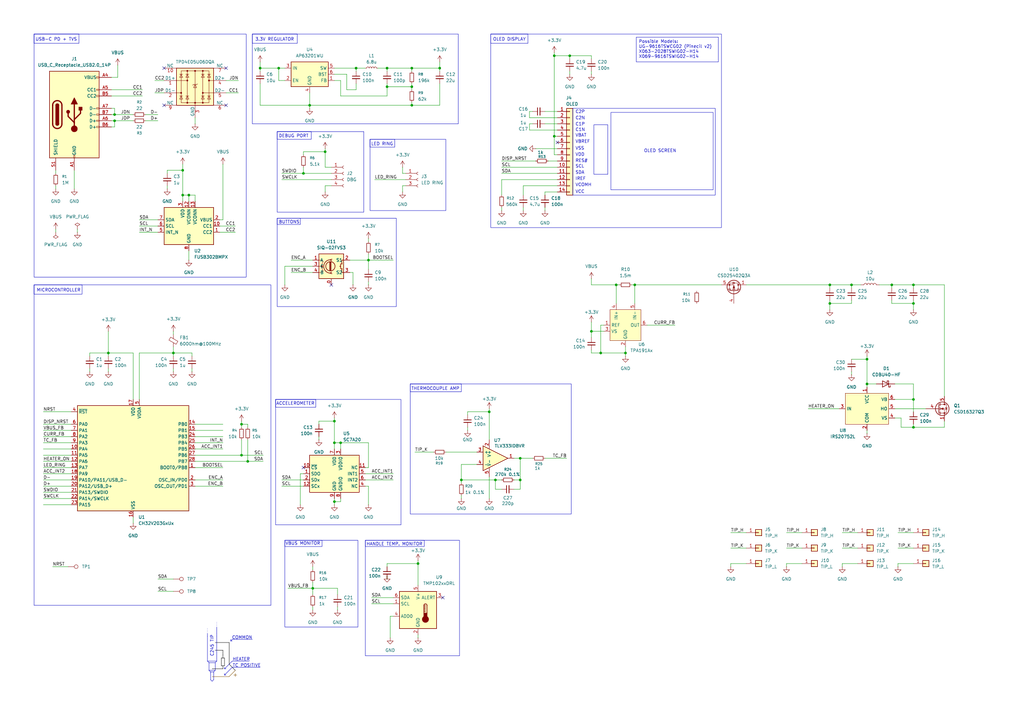
<source format=kicad_sch>
(kicad_sch
	(version 20250114)
	(generator "eeschema")
	(generator_version "9.0")
	(uuid "7095b018-eac3-4b01-b374-28e3216c4fd8")
	(paper "A3")
	
	(rectangle
		(start 113.03 163.83)
		(end 164.465 215.265)
		(stroke
			(width 0)
			(type default)
		)
		(fill
			(type none)
		)
		(uuid 25f66d05-38b5-4a17-99c1-8cad2c92cd3e)
	)
	(rectangle
		(start 13.97 13.97)
		(end 100.965 113.665)
		(stroke
			(width 0)
			(type default)
		)
		(fill
			(type none)
		)
		(uuid 34cfca7f-b72a-4261-a704-f33e6bc4b279)
	)
	(rectangle
		(start 113.03 163.83)
		(end 129.54 167.005)
		(stroke
			(width 0)
			(type default)
		)
		(fill
			(type none)
		)
		(uuid 37b1d202-d0af-4356-9cea-c5377ffdf5c6)
	)
	(rectangle
		(start 116.84 221.615)
		(end 132.08 224.155)
		(stroke
			(width 0)
			(type default)
		)
		(fill
			(type none)
		)
		(uuid 3ff5b4ba-34b9-4474-bd0b-2b540e2050a9)
	)
	(rectangle
		(start 168.275 157.48)
		(end 189.23 160.655)
		(stroke
			(width 0)
			(type default)
		)
		(fill
			(type none)
		)
		(uuid 411456a7-808a-4a99-b2e7-4b00b0660778)
	)
	(rectangle
		(start 113.665 89.535)
		(end 123.19 92.075)
		(stroke
			(width 0)
			(type default)
		)
		(fill
			(type none)
		)
		(uuid 51756553-69aa-4f9f-a31a-a60fa2c78053)
	)
	(rectangle
		(start 113.665 53.975)
		(end 149.225 86.995)
		(stroke
			(width 0)
			(type default)
		)
		(fill
			(type none)
		)
		(uuid 5ccf0a54-c09c-402b-8c12-180398bcf0c0)
	)
	(rectangle
		(start 151.765 57.15)
		(end 182.88 86.36)
		(stroke
			(width 0)
			(type default)
		)
		(fill
			(type none)
		)
		(uuid 7ca7d888-0de2-4ee4-9e02-bce99f6c7310)
	)
	(rectangle
		(start 13.97 116.84)
		(end 33.655 120.65)
		(stroke
			(width 0)
			(type default)
		)
		(fill
			(type none)
		)
		(uuid 7d5ee34c-3c30-4116-b034-575f8f5cbca0)
	)
	(rectangle
		(start 113.665 89.535)
		(end 162.56 125.73)
		(stroke
			(width 0)
			(type default)
		)
		(fill
			(type none)
		)
		(uuid 9c119ec4-7162-4594-9de4-9af2e8ac3469)
	)
	(rectangle
		(start 103.505 13.97)
		(end 121.92 17.78)
		(stroke
			(width 0)
			(type default)
		)
		(fill
			(type none)
		)
		(uuid 9d5c2b83-1ad1-4eb5-9c00-115d7cfbb819)
	)
	(rectangle
		(start 168.275 157.48)
		(end 234.315 210.82)
		(stroke
			(width 0)
			(type default)
		)
		(fill
			(type none)
		)
		(uuid a57dfd79-f7b7-44cf-be58-21e0757161fa)
	)
	(rectangle
		(start 13.97 116.84)
		(end 111.125 248.285)
		(stroke
			(width 0)
			(type default)
		)
		(fill
			(type none)
		)
		(uuid a66c837f-d550-4ad5-b67a-1a34b6eaed03)
	)
	(rectangle
		(start 250.571 46.101)
		(end 292.481 77.851)
		(stroke
			(width 0)
			(type default)
		)
		(fill
			(type none)
		)
		(uuid b323df54-646c-4c42-ac5d-c702f5da28df)
	)
	(rectangle
		(start 13.97 13.97)
		(end 32.385 17.78)
		(stroke
			(width 0)
			(type default)
		)
		(fill
			(type none)
		)
		(uuid b41c86f7-a703-4da7-9c7c-3d6f2dbdab0b)
	)
	(rectangle
		(start 149.86 221.615)
		(end 173.99 224.155)
		(stroke
			(width 0)
			(type default)
		)
		(fill
			(type none)
		)
		(uuid b798fff3-5d10-4e4c-948c-461a0845de52)
	)
	(rectangle
		(start 151.765 57.15)
		(end 161.925 60.325)
		(stroke
			(width 0)
			(type default)
		)
		(fill
			(type none)
		)
		(uuid bb60d903-b4fc-4579-917b-d8b1327cda5c)
	)
	(rectangle
		(start 234.95 44.45)
		(end 293.37 80.01)
		(stroke
			(width 0)
			(type default)
		)
		(fill
			(type none)
		)
		(uuid c7ed09f4-c5b0-447c-8527-2fd1a9942fc7)
	)
	(rectangle
		(start 201.295 13.97)
		(end 295.91 93.345)
		(stroke
			(width 0)
			(type default)
		)
		(fill
			(type none)
		)
		(uuid c86b0301-7b25-4d55-b6bd-bf1af0f3ea13)
	)
	(rectangle
		(start 243.586 51.181)
		(end 249.301 71.501)
		(stroke
			(width 0)
			(type default)
		)
		(fill
			(type none)
		)
		(uuid cc173c2c-4802-4b85-8dc1-c0ed1e2586ae)
	)
	(rectangle
		(start 116.84 221.615)
		(end 146.812 257.175)
		(stroke
			(width 0)
			(type default)
		)
		(fill
			(type none)
		)
		(uuid d2b50b41-845d-4a0b-ad88-942dbe8a9ea1)
	)
	(rectangle
		(start 113.665 53.975)
		(end 127.635 57.15)
		(stroke
			(width 0)
			(type default)
		)
		(fill
			(type none)
		)
		(uuid d42d397b-7d5e-44b0-98a1-cec60f91a733)
	)
	(rectangle
		(start 103.505 13.97)
		(end 187.96 50.8)
		(stroke
			(width 0)
			(type default)
		)
		(fill
			(type none)
		)
		(uuid d5e44070-3c31-4662-9265-15546dcb33a9)
	)
	(rectangle
		(start 149.86 221.615)
		(end 188.468 268.986)
		(stroke
			(width 0)
			(type default)
		)
		(fill
			(type none)
		)
		(uuid dc78faa3-7706-462b-aff1-ea2259b8957d)
	)
	(rectangle
		(start 201.295 13.97)
		(end 216.535 17.78)
		(stroke
			(width 0)
			(type default)
		)
		(fill
			(type none)
		)
		(uuid df873f2f-b2dc-4231-b391-da9722f3ee43)
	)
	(text "COMMON"
		(exclude_from_sim no)
		(at 95.123 261.62 0)
		(effects
			(font
				(size 1.27 1.27)
			)
			(justify left)
		)
		(uuid "0da803d8-6a61-4b47-b3c4-8c42b4ebcdd7")
	)
	(text "3.3V REGULATOR"
		(exclude_from_sim no)
		(at 104.648 16.256 0)
		(effects
			(font
				(size 1.27 1.27)
			)
			(justify left)
		)
		(uuid "270c64e9-acc9-4bdf-adf9-51e85a7cfae3")
	)
	(text "C2N"
		(exclude_from_sim no)
		(at 235.966 48.514 0)
		(effects
			(font
				(size 1.27 1.27)
			)
			(justify left)
		)
		(uuid "303735e4-f194-4e97-9ddd-7741146e5965")
	)
	(text "USB-C PD + TVS"
		(exclude_from_sim no)
		(at 14.478 16.256 0)
		(effects
			(font
				(size 1.27 1.27)
			)
			(justify left)
		)
		(uuid "3b53ae36-2320-46df-8526-8d2b0e4cd267")
	)
	(text "BUTTONS"
		(exclude_from_sim no)
		(at 114.3 91.186 0)
		(effects
			(font
				(size 1.27 1.27)
			)
			(justify left)
		)
		(uuid "4ff0d853-92f6-4f02-aa33-1f252be5ef75")
	)
	(text "DEBUG PORT"
		(exclude_from_sim no)
		(at 114.3 55.88 0)
		(effects
			(font
				(size 1.27 1.27)
			)
			(justify left)
		)
		(uuid "5c2c7cad-81d2-418f-aeca-ca54c6312f8c")
	)
	(text "SCL"
		(exclude_from_sim no)
		(at 235.966 68.326 0)
		(effects
			(font
				(size 1.27 1.27)
			)
			(justify left)
		)
		(uuid "63c62cf3-4266-478a-9f68-199034fe5d8b")
	)
	(text "RES#"
		(exclude_from_sim no)
		(at 235.966 66.04 0)
		(effects
			(font
				(size 1.27 1.27)
			)
			(justify left)
		)
		(uuid "6ce3c0b9-bb73-4f4d-8996-df06398c02e3")
	)
	(text "C1P"
		(exclude_from_sim no)
		(at 235.966 51.054 0)
		(effects
			(font
				(size 1.27 1.27)
			)
			(justify left)
		)
		(uuid "6d196f00-fda4-408a-b16f-63e268646b7a")
	)
	(text "ACCELEROMETER"
		(exclude_from_sim no)
		(at 121.158 165.608 0)
		(effects
			(font
				(size 1.27 1.27)
			)
		)
		(uuid "6d3cce01-49eb-4036-848c-880563d726ff")
	)
	(text "HEATER"
		(exclude_from_sim no)
		(at 95.377 270.51 0)
		(effects
			(font
				(size 1.27 1.27)
			)
			(justify left)
		)
		(uuid "6f935533-365b-4490-a199-60d1f885e9c5")
	)
	(text "IREF"
		(exclude_from_sim no)
		(at 235.966 73.406 0)
		(effects
			(font
				(size 1.27 1.27)
			)
			(justify left)
		)
		(uuid "78269562-db7d-4f9c-9409-11de08793bfa")
	)
	(text "C1N"
		(exclude_from_sim no)
		(at 235.966 53.34 0)
		(effects
			(font
				(size 1.27 1.27)
			)
			(justify left)
		)
		(uuid "86eaf89d-7735-48bc-8adf-2c6d7e1c9267")
	)
	(text "C2P"
		(exclude_from_sim no)
		(at 235.966 45.974 0)
		(effects
			(font
				(size 1.27 1.27)
			)
			(justify left)
		)
		(uuid "88767c22-62f5-491f-8191-e622ce50d549")
	)
	(text "VDD"
		(exclude_from_sim no)
		(at 235.966 63.5 0)
		(effects
			(font
				(size 1.27 1.27)
			)
			(justify left)
		)
		(uuid "98ea20d6-f789-4c9a-9d2d-ddf9c4e55ce3")
	)
	(text "HANDLE TEMP. MONITOR"
		(exclude_from_sim no)
		(at 161.798 223.266 0)
		(effects
			(font
				(size 1.27 1.27)
			)
		)
		(uuid "9cf9be48-0da6-4698-b802-905b4321ec7e")
	)
	(text "TC POSITIVE"
		(exclude_from_sim no)
		(at 95.377 273.05 0)
		(effects
			(font
				(size 1.27 1.27)
			)
			(justify left)
		)
		(uuid "9da3b577-a0bb-4c33-9c3c-e8388ac87829")
	)
	(text "OLED SCREEN"
		(exclude_from_sim no)
		(at 270.764 61.976 0)
		(effects
			(font
				(size 1.27 1.27)
			)
		)
		(uuid "a7d4d929-dbaa-411d-a847-37e4617db2b8")
	)
	(text "VCC"
		(exclude_from_sim no)
		(at 235.966 78.74 0)
		(effects
			(font
				(size 1.27 1.27)
			)
			(justify left)
		)
		(uuid "c0b5be38-ee7a-4c62-b666-9455a24b9bdf")
	)
	(text "SDA"
		(exclude_from_sim no)
		(at 235.966 70.866 0)
		(effects
			(font
				(size 1.27 1.27)
			)
			(justify left)
		)
		(uuid "d1f23843-c159-4734-816f-e3ebdc7225d4")
	)
	(text "VBREF"
		(exclude_from_sim no)
		(at 235.966 58.166 0)
		(effects
			(font
				(size 1.27 1.27)
			)
			(justify left)
		)
		(uuid "dc92fbc2-eb7d-47ac-891e-6de1528c9506")
	)
	(text "OLED DISPLAY"
		(exclude_from_sim no)
		(at 202.184 16.256 0)
		(effects
			(font
				(size 1.27 1.27)
			)
			(justify left)
		)
		(uuid "e1182865-9cf6-484e-b369-4d8124243a24")
	)
	(text "VBAT"
		(exclude_from_sim no)
		(at 235.966 55.626 0)
		(effects
			(font
				(size 1.27 1.27)
			)
			(justify left)
		)
		(uuid "e5136794-6a5a-4728-b4d0-e47266a8ec2c")
	)
	(text "VSS"
		(exclude_from_sim no)
		(at 235.966 60.96 0)
		(effects
			(font
				(size 1.27 1.27)
			)
			(justify left)
		)
		(uuid "e5277a5c-1568-43ec-ab65-5c403a9ddad3")
	)
	(text "VCOMH"
		(exclude_from_sim no)
		(at 235.966 75.946 0)
		(effects
			(font
				(size 1.27 1.27)
			)
			(justify left)
		)
		(uuid "e677c7ab-e79d-4a1c-8a88-4a56ca5d6b79")
	)
	(text "THERMOCOUPLE AMP"
		(exclude_from_sim no)
		(at 178.562 159.512 0)
		(effects
			(font
				(size 1.27 1.27)
			)
		)
		(uuid "e865e2d4-df9a-47d7-8bc3-1d543675c813")
	)
	(text "C245 TIP"
		(exclude_from_sim no)
		(at 86.995 264.922 90)
		(effects
			(font
				(size 1.27 1.27)
			)
		)
		(uuid "ec1ed9c1-072b-4c68-8764-5736b7bc8d68")
	)
	(text "LED RING"
		(exclude_from_sim no)
		(at 156.718 59.182 0)
		(effects
			(font
				(size 1.27 1.27)
			)
		)
		(uuid "eebaafe7-13f6-4495-a884-67f3bb5c6ce1")
	)
	(text "MICROCONTROLLER"
		(exclude_from_sim no)
		(at 14.986 119.126 0)
		(effects
			(font
				(size 1.27 1.27)
			)
			(justify left)
		)
		(uuid "f4202bbd-17db-406a-9b6f-417fe43fdaab")
	)
	(text "VBUS MONITOR"
		(exclude_from_sim no)
		(at 124.206 223.012 0)
		(effects
			(font
				(size 1.27 1.27)
			)
		)
		(uuid "f741b2f1-f711-4456-aa2d-f19417092858")
	)
	(text_box "Possible Models:\nUG-9616TSWCG02 (Pinecil v2)\nX063-2028TSWIG02-H14\nX069-9616TSWIG02-H14"
		(exclude_from_sim no)
		(at 260.985 15.24 0)
		(size 33.655 10.16)
		(margins 0.9525 0.9525 0.9525 0.9525)
		(stroke
			(width 0)
			(type solid)
		)
		(fill
			(type none)
		)
		(effects
			(font
				(size 1.27 1.27)
			)
			(justify left top)
		)
		(uuid "aff1d92e-7948-41af-95d4-eec0b0d11729")
	)
	(junction
		(at 340.36 116.84)
		(diameter 0)
		(color 0 0 0 0)
		(uuid "0249d269-810c-4792-bcad-62c507e2feae")
	)
	(junction
		(at 146.05 27.94)
		(diameter 0)
		(color 0 0 0 0)
		(uuid "0acd8611-5527-40f7-90a3-5c60d1adc1d0")
	)
	(junction
		(at 252.73 116.84)
		(diameter 0)
		(color 0 0 0 0)
		(uuid "1ddbe419-3595-4df3-a72f-7cf030e34ac4")
	)
	(junction
		(at 99.06 173.99)
		(diameter 0)
		(color 0 0 0 0)
		(uuid "22bc19a2-e590-4ae5-87e1-2c346112c753")
	)
	(junction
		(at 374.65 175.26)
		(diameter 0)
		(color 0 0 0 0)
		(uuid "253e7a83-9b7c-4d4c-b8d1-7fbacce38609")
	)
	(junction
		(at 260.35 116.84)
		(diameter 0)
		(color 0 0 0 0)
		(uuid "344187d9-c96b-45fd-8f6c-b46a99aead8f")
	)
	(junction
		(at 101.6 189.23)
		(diameter 0)
		(color 0 0 0 0)
		(uuid "39afbb62-f4d9-47c5-b1ec-6bf8308a9b0e")
	)
	(junction
		(at 200.66 168.91)
		(diameter 0)
		(color 0 0 0 0)
		(uuid "3f9bcc33-18ad-48ec-8047-f514eddb9bd3")
	)
	(junction
		(at 340.36 124.46)
		(diameter 0)
		(color 0 0 0 0)
		(uuid "43942d84-b87b-4f4a-adb8-d0b0fad21d24")
	)
	(junction
		(at 374.65 163.83)
		(diameter 0)
		(color 0 0 0 0)
		(uuid "45cd84fd-2fd0-4481-9f27-779c4e05a620")
	)
	(junction
		(at 189.23 196.85)
		(diameter 0)
		(color 0 0 0 0)
		(uuid "4793f579-9960-4fea-a983-16516b9a6a74")
	)
	(junction
		(at 158.75 27.94)
		(diameter 0)
		(color 0 0 0 0)
		(uuid "4e457d4d-37fd-4b51-a420-85ebb8dc04c5")
	)
	(junction
		(at 128.27 241.3)
		(diameter 0)
		(color 0 0 0 0)
		(uuid "5171e2df-ff89-449d-9837-899c8a33b75c")
	)
	(junction
		(at 355.6 147.32)
		(diameter 0)
		(color 0 0 0 0)
		(uuid "53a66df1-5fe2-4b0c-804a-c9cb357aa0e6")
	)
	(junction
		(at 168.91 35.56)
		(diameter 0)
		(color 0 0 0 0)
		(uuid "57d2e74f-9c65-42d1-a47a-8230db07f92e")
	)
	(junction
		(at 137.16 181.61)
		(diameter 0)
		(color 0 0 0 0)
		(uuid "589eff9d-eed1-4df5-98d6-26b7c768b426")
	)
	(junction
		(at 171.45 231.14)
		(diameter 0)
		(color 0 0 0 0)
		(uuid "5c8091f6-1fe8-4a10-b56d-0569715c68e9")
	)
	(junction
		(at 46.99 49.53)
		(diameter 0)
		(color 0 0 0 0)
		(uuid "5e8d1cf7-167e-4030-9f28-7c115ea5395b")
	)
	(junction
		(at 227.33 55.88)
		(diameter 0)
		(color 0 0 0 0)
		(uuid "5fbb3de9-86ee-49ad-a284-eb55f1cc692a")
	)
	(junction
		(at 168.91 43.18)
		(diameter 0)
		(color 0 0 0 0)
		(uuid "660d2309-d1aa-4d86-b95c-854e50c0a293")
	)
	(junction
		(at 168.91 27.94)
		(diameter 0)
		(color 0 0 0 0)
		(uuid "691dc945-779c-4911-8f56-5300f4d58275")
	)
	(junction
		(at 233.68 22.86)
		(diameter 0)
		(color 0 0 0 0)
		(uuid "73b54f8a-8892-4f5c-ad2f-0a2e6cc384c3")
	)
	(junction
		(at 203.2 196.85)
		(diameter 0)
		(color 0 0 0 0)
		(uuid "77d052f3-f174-4ac4-b7f3-74fd8cd4f0e2")
	)
	(junction
		(at 137.16 172.72)
		(diameter 0)
		(color 0 0 0 0)
		(uuid "84b1d133-5555-4f34-9259-4c4a00397909")
	)
	(junction
		(at 158.75 35.56)
		(diameter 0)
		(color 0 0 0 0)
		(uuid "85eb43cd-2fb7-4c1a-b0ce-7e338a2da686")
	)
	(junction
		(at 213.36 196.85)
		(diameter 0)
		(color 0 0 0 0)
		(uuid "879d8513-8c12-4c71-805b-cfd0566ce6a8")
	)
	(junction
		(at 99.06 186.69)
		(diameter 0)
		(color 0 0 0 0)
		(uuid "8f91cdd6-9b8f-41e7-aba5-783e4c94f1c2")
	)
	(junction
		(at 349.25 116.84)
		(diameter 0)
		(color 0 0 0 0)
		(uuid "924a9453-b138-4112-9cf9-cdd7d6fd271f")
	)
	(junction
		(at 227.33 22.86)
		(diameter 0)
		(color 0 0 0 0)
		(uuid "9531702c-c6a6-4297-8a10-64a5c6fc90b3")
	)
	(junction
		(at 256.54 144.78)
		(diameter 0)
		(color 0 0 0 0)
		(uuid "9caedf99-1ce5-437a-a1b9-fdea2f4ef713")
	)
	(junction
		(at 374.65 124.46)
		(diameter 0)
		(color 0 0 0 0)
		(uuid "9ce0d5f7-a196-42ba-865b-78bc41279af1")
	)
	(junction
		(at 44.45 144.78)
		(diameter 0)
		(color 0 0 0 0)
		(uuid "9fa2ea7a-f50f-4f59-8f6e-1d8cc4b4f22f")
	)
	(junction
		(at 74.93 80.01)
		(diameter 0)
		(color 0 0 0 0)
		(uuid "a102cd63-af1a-49b4-9201-df06578d4c1f")
	)
	(junction
		(at 213.36 187.96)
		(diameter 0)
		(color 0 0 0 0)
		(uuid "aff6f7cf-f995-4965-9b70-2f6e1afd3257")
	)
	(junction
		(at 242.57 135.89)
		(diameter 0)
		(color 0 0 0 0)
		(uuid "b958df09-8ec2-41c8-a836-0b7b6536713e")
	)
	(junction
		(at 246.38 144.78)
		(diameter 0)
		(color 0 0 0 0)
		(uuid "b9c98c12-e257-4402-a676-dee8dfb4f378")
	)
	(junction
		(at 71.12 144.78)
		(diameter 0)
		(color 0 0 0 0)
		(uuid "cbafbc4a-ea32-4bc2-8303-c740f3149d9b")
	)
	(junction
		(at 151.13 106.68)
		(diameter 0)
		(color 0 0 0 0)
		(uuid "cbfb9910-a9c3-4d1d-beaf-ad4934f7e32e")
	)
	(junction
		(at 127 43.18)
		(diameter 0)
		(color 0 0 0 0)
		(uuid "d049456d-20ee-4308-a384-c295c5fb64a1")
	)
	(junction
		(at 77.47 80.01)
		(diameter 0)
		(color 0 0 0 0)
		(uuid "d075905e-0ee9-4e4e-bc8b-46248e59d6b7")
	)
	(junction
		(at 137.16 205.74)
		(diameter 0)
		(color 0 0 0 0)
		(uuid "d3c0ec6c-e13a-496a-ad1c-ba60afc46b96")
	)
	(junction
		(at 46.99 46.99)
		(diameter 0)
		(color 0 0 0 0)
		(uuid "d3cb3929-1383-43bf-9aa0-8d6179547879")
	)
	(junction
		(at 365.76 116.84)
		(diameter 0)
		(color 0 0 0 0)
		(uuid "d6376345-e63e-469e-b947-b621d80200ca")
	)
	(junction
		(at 374.65 116.84)
		(diameter 0)
		(color 0 0 0 0)
		(uuid "d9505c24-ab59-4a1d-8ead-8359d37f8315")
	)
	(junction
		(at 355.6 157.48)
		(diameter 0)
		(color 0 0 0 0)
		(uuid "db98d098-9019-45b6-80db-568ba28220c4")
	)
	(junction
		(at 74.93 69.85)
		(diameter 0)
		(color 0 0 0 0)
		(uuid "dced1970-c9d1-4fca-aa68-57578fbeec87")
	)
	(junction
		(at 133.35 62.23)
		(diameter 0)
		(color 0 0 0 0)
		(uuid "dd645f38-5944-4257-9764-2d12bcf783d9")
	)
	(junction
		(at 124.46 71.12)
		(diameter 0)
		(color 0 0 0 0)
		(uuid "e0c9883b-d031-4a61-9fde-76739f501e2c")
	)
	(junction
		(at 114.3 27.94)
		(diameter 0)
		(color 0 0 0 0)
		(uuid "e80bc681-7695-43f3-a2bd-d411c7e86409")
	)
	(junction
		(at 139.7 181.61)
		(diameter 0)
		(color 0 0 0 0)
		(uuid "ea9ea449-1699-40d7-8a1c-89a1d2111f96")
	)
	(junction
		(at 180.34 27.94)
		(diameter 0)
		(color 0 0 0 0)
		(uuid "efddc068-f25b-4568-b3c6-1c6aa0f4c97e")
	)
	(junction
		(at 106.68 27.94)
		(diameter 0)
		(color 0 0 0 0)
		(uuid "f1df4cab-d95d-4e21-b204-cc5686c3ccd2")
	)
	(no_connect
		(at 92.71 43.18)
		(uuid "46b4ccbc-24ab-4899-8505-9a1bc9336197")
	)
	(no_connect
		(at 67.31 27.94)
		(uuid "613b3790-5218-413f-a343-e26aa4ea4b95")
	)
	(no_connect
		(at 228.6 58.42)
		(uuid "8d801d13-32fe-4e34-8cc5-b8a86a497023")
	)
	(no_connect
		(at 181.61 245.11)
		(uuid "b019387a-2a10-4f2e-ad70-575cf4df82b8")
	)
	(no_connect
		(at 124.46 191.77)
		(uuid "bb17c601-45a1-4eb6-aaaf-eada3efdd523")
	)
	(no_connect
		(at 67.31 43.18)
		(uuid "c9b41e3a-80a4-4410-be4c-91975e86700a")
	)
	(no_connect
		(at 135.89 116.84)
		(uuid "d8cbb7b8-f348-43ed-b12a-7c884625729d")
	)
	(no_connect
		(at 92.71 27.94)
		(uuid "e9fc4535-1911-4390-b5e2-c282d53c9319")
	)
	(wire
		(pts
			(xy 99.06 186.69) (xy 107.95 186.69)
		)
		(stroke
			(width 0)
			(type default)
		)
		(uuid "00dc7f33-0b4e-4099-8479-24293b9aabac")
	)
	(wire
		(pts
			(xy 149.86 196.85) (xy 161.29 196.85)
		)
		(stroke
			(width 0)
			(type default)
		)
		(uuid "0156bf95-e162-433c-99c7-904c2f68448d")
	)
	(wire
		(pts
			(xy 306.07 231.14) (xy 299.72 231.14)
		)
		(stroke
			(width 0)
			(type default)
		)
		(uuid "01731df4-405d-4159-8024-ddbfe44e4824")
	)
	(wire
		(pts
			(xy 180.34 25.4) (xy 180.34 27.94)
		)
		(stroke
			(width 0)
			(type default)
		)
		(uuid "0280334b-627a-4233-a676-012a207d9298")
	)
	(wire
		(pts
			(xy 123.19 194.31) (xy 124.46 194.31)
		)
		(stroke
			(width 0)
			(type default)
		)
		(uuid "03f9526b-c252-4cea-a8ec-81306ff6df76")
	)
	(wire
		(pts
			(xy 63.5 38.1) (xy 67.31 38.1)
		)
		(stroke
			(width 0)
			(type default)
		)
		(uuid "057a48eb-9b1d-42a5-bf44-6985b9321748")
	)
	(polyline
		(pts
			(xy 94.615 262.89) (xy 95.25 262.89)
		)
		(stroke
			(width 0)
			(type default)
		)
		(uuid "061e75a6-db12-4875-bb49-acc7a02aa4eb")
	)
	(wire
		(pts
			(xy 227.33 55.88) (xy 228.6 55.88)
		)
		(stroke
			(width 0)
			(type default)
		)
		(uuid "06a39b25-e5c0-48bf-8f66-6ff9e46efda7")
	)
	(polyline
		(pts
			(xy 93.98 263.525) (xy 93.98 272.415)
		)
		(stroke
			(width 0)
			(type solid)
			(color 0 0 0 1)
		)
		(uuid "076917fa-25ee-47d3-b2b0-165b02f01f24")
	)
	(wire
		(pts
			(xy 68.58 69.85) (xy 74.93 69.85)
		)
		(stroke
			(width 0)
			(type default)
		)
		(uuid "088c7699-190e-4234-9815-fffe11d5ef7a")
	)
	(wire
		(pts
			(xy 68.58 76.2) (xy 68.58 77.47)
		)
		(stroke
			(width 0)
			(type default)
		)
		(uuid "090443bb-96fb-4f06-ac72-191a7f6e15f4")
	)
	(wire
		(pts
			(xy 96.52 95.25) (xy 90.17 95.25)
		)
		(stroke
			(width 0)
			(type default)
		)
		(uuid "091df10a-a778-479d-8cbf-324751cb3cc5")
	)
	(wire
		(pts
			(xy 115.57 199.39) (xy 124.46 199.39)
		)
		(stroke
			(width 0)
			(type default)
		)
		(uuid "093a4bfc-aabd-4586-948a-1580d9afeffa")
	)
	(wire
		(pts
			(xy 45.72 36.83) (xy 58.42 36.83)
		)
		(stroke
			(width 0)
			(type default)
		)
		(uuid "098337dc-d67f-4f92-9e59-aa0530495823")
	)
	(wire
		(pts
			(xy 367.03 163.83) (xy 374.65 163.83)
		)
		(stroke
			(width 0)
			(type default)
		)
		(uuid "0991fc57-c77d-4d8b-a7f5-93559a71531e")
	)
	(wire
		(pts
			(xy 368.3 218.44) (xy 374.65 218.44)
		)
		(stroke
			(width 0)
			(type default)
		)
		(uuid "0b3b1be4-2c7f-47f2-886c-9ff27992e090")
	)
	(wire
		(pts
			(xy 355.6 176.53) (xy 355.6 177.8)
		)
		(stroke
			(width 0)
			(type default)
		)
		(uuid "0c9fa1d8-a413-4dad-b1e6-53724d6877dc")
	)
	(wire
		(pts
			(xy 80.01 184.15) (xy 91.44 184.15)
		)
		(stroke
			(width 0)
			(type default)
		)
		(uuid "0d0fb7d8-cf76-4ea3-b43e-0043f449d33e")
	)
	(wire
		(pts
			(xy 374.65 173.99) (xy 374.65 175.26)
		)
		(stroke
			(width 0)
			(type default)
		)
		(uuid "0d1d8e67-44be-4e93-8637-8b77df712344")
	)
	(wire
		(pts
			(xy 106.68 34.29) (xy 106.68 43.18)
		)
		(stroke
			(width 0)
			(type default)
		)
		(uuid "0d1da041-1604-484f-8588-64418e6780df")
	)
	(polyline
		(pts
			(xy 99.695 273.685) (xy 106.68 273.685)
		)
		(stroke
			(width 0)
			(type default)
		)
		(uuid "0efdd063-1445-49ad-b269-05e1548bd623")
	)
	(wire
		(pts
			(xy 367.03 157.48) (xy 374.65 157.48)
		)
		(stroke
			(width 0)
			(type default)
		)
		(uuid "0f2a8a4d-3e10-44bf-9ebb-4b69f6c43acb")
	)
	(wire
		(pts
			(xy 17.78 191.77) (xy 29.21 191.77)
		)
		(stroke
			(width 0)
			(type default)
		)
		(uuid "0f968ad1-38fa-43f3-a9ca-eaab57060db2")
	)
	(wire
		(pts
			(xy 242.57 116.84) (xy 252.73 116.84)
		)
		(stroke
			(width 0)
			(type default)
		)
		(uuid "0fc82661-f672-4e99-90f7-45db1126fb58")
	)
	(wire
		(pts
			(xy 214.63 85.09) (xy 214.63 86.36)
		)
		(stroke
			(width 0)
			(type default)
		)
		(uuid "0fdf5b0f-14a7-4ff5-aee8-91dcf3e80430")
	)
	(wire
		(pts
			(xy 242.57 144.78) (xy 246.38 144.78)
		)
		(stroke
			(width 0)
			(type default)
		)
		(uuid "0ff7262c-1160-4251-aadc-3b2de692cbe4")
	)
	(wire
		(pts
			(xy 355.6 157.48) (xy 355.6 158.75)
		)
		(stroke
			(width 0)
			(type default)
		)
		(uuid "10879948-174d-4f3a-9f51-53823fa9a5bd")
	)
	(wire
		(pts
			(xy 265.43 133.35) (xy 276.86 133.35)
		)
		(stroke
			(width 0)
			(type default)
		)
		(uuid "10e420cf-744f-4771-a1f7-03219557939d")
	)
	(wire
		(pts
			(xy 168.91 35.56) (xy 158.75 35.56)
		)
		(stroke
			(width 0)
			(type default)
		)
		(uuid "1190a964-f3bd-43e5-a242-6444d80cf4b2")
	)
	(polyline
		(pts
			(xy 86.995 277.495) (xy 93.98 277.495)
		)
		(stroke
			(width 0)
			(type solid)
			(color 128 77 0 1)
		)
		(uuid "11cf35b8-cd1b-4b18-8246-50d401672c42")
	)
	(wire
		(pts
			(xy 189.23 196.85) (xy 189.23 190.5)
		)
		(stroke
			(width 0)
			(type default)
		)
		(uuid "12f02fb2-28a7-4766-ae13-424545151178")
	)
	(wire
		(pts
			(xy 137.16 181.61) (xy 137.16 184.15)
		)
		(stroke
			(width 0)
			(type default)
		)
		(uuid "135c080a-b87a-42f2-bd23-e8f54c5ee6c7")
	)
	(wire
		(pts
			(xy 165.1 78.74) (xy 165.1 76.2)
		)
		(stroke
			(width 0)
			(type default)
		)
		(uuid "13a8fbae-4055-4538-a775-7561035458e6")
	)
	(wire
		(pts
			(xy 171.45 231.14) (xy 171.45 240.03)
		)
		(stroke
			(width 0)
			(type default)
		)
		(uuid "13ad3050-341d-4764-8a4c-837cb1090bc6")
	)
	(wire
		(pts
			(xy 189.23 196.85) (xy 203.2 196.85)
		)
		(stroke
			(width 0)
			(type default)
		)
		(uuid "13e7537a-edd6-43d5-8bb0-f6eb3d491016")
	)
	(wire
		(pts
			(xy 252.73 124.46) (xy 252.73 116.84)
		)
		(stroke
			(width 0)
			(type default)
		)
		(uuid "13f6d467-bb2d-42f5-88f7-66fead528204")
	)
	(wire
		(pts
			(xy 213.36 196.85) (xy 213.36 187.96)
		)
		(stroke
			(width 0)
			(type default)
		)
		(uuid "1427c6b1-5293-499b-9663-f54121cc8ca4")
	)
	(wire
		(pts
			(xy 48.26 31.75) (xy 48.26 26.67)
		)
		(stroke
			(width 0)
			(type default)
		)
		(uuid "14b83c6b-fa77-4ec1-b020-d89f490dd1db")
	)
	(wire
		(pts
			(xy 242.57 135.89) (xy 247.65 135.89)
		)
		(stroke
			(width 0)
			(type default)
		)
		(uuid "1544ce4c-aa9b-4868-ad89-38de6eed860a")
	)
	(wire
		(pts
			(xy 374.65 116.84) (xy 374.65 118.11)
		)
		(stroke
			(width 0)
			(type default)
		)
		(uuid "154f7824-5e3a-4df6-a265-e8ad4cf18628")
	)
	(wire
		(pts
			(xy 119.38 106.68) (xy 128.27 106.68)
		)
		(stroke
			(width 0)
			(type default)
		)
		(uuid "15d75b7e-53c1-4b3b-bead-3e9845084cb1")
	)
	(wire
		(pts
			(xy 200.66 167.64) (xy 200.66 168.91)
		)
		(stroke
			(width 0)
			(type default)
		)
		(uuid "16a235b6-6479-41c3-934b-5990cd87fafe")
	)
	(wire
		(pts
			(xy 227.33 55.88) (xy 227.33 63.5)
		)
		(stroke
			(width 0)
			(type default)
		)
		(uuid "16a6ad92-1a6b-4d2b-93f1-5652f5947dbb")
	)
	(wire
		(pts
			(xy 168.91 29.21) (xy 168.91 27.94)
		)
		(stroke
			(width 0)
			(type default)
		)
		(uuid "16beecb1-a5ab-433f-9aa9-d5c8af0be23d")
	)
	(polyline
		(pts
			(xy 95.885 276.86) (xy 97.155 276.86)
		)
		(stroke
			(width 0)
			(type solid)
			(color 128 77 0 1)
		)
		(uuid "17532791-aaa0-48e6-a3d3-84b5cfe2ffdf")
	)
	(wire
		(pts
			(xy 45.72 52.07) (xy 46.99 52.07)
		)
		(stroke
			(width 0)
			(type default)
		)
		(uuid "18438b3a-827e-4972-b4d2-e39627126fd2")
	)
	(wire
		(pts
			(xy 17.78 186.69) (xy 29.21 186.69)
		)
		(stroke
			(width 0)
			(type default)
		)
		(uuid "185cc638-609c-4acf-9a83-434d47f9bece")
	)
	(wire
		(pts
			(xy 322.58 218.44) (xy 328.93 218.44)
		)
		(stroke
			(width 0)
			(type default)
		)
		(uuid "186284b8-bd67-4889-90c2-387a38831a45")
	)
	(wire
		(pts
			(xy 17.78 201.93) (xy 29.21 201.93)
		)
		(stroke
			(width 0)
			(type default)
		)
		(uuid "1a675778-1e38-4114-a392-a674b2dc8fa9")
	)
	(wire
		(pts
			(xy 260.35 116.84) (xy 260.35 124.46)
		)
		(stroke
			(width 0)
			(type default)
		)
		(uuid "1a894749-5980-44f8-be8f-1f0ca672c7df")
	)
	(wire
		(pts
			(xy 71.12 135.89) (xy 71.12 137.16)
		)
		(stroke
			(width 0)
			(type default)
		)
		(uuid "1ae0b9e3-10e0-4c50-8291-792664f6f6ce")
	)
	(wire
		(pts
			(xy 246.38 133.35) (xy 246.38 144.78)
		)
		(stroke
			(width 0)
			(type default)
		)
		(uuid "1b0b81e1-f2ec-4a99-b32e-c67d3bf5d680")
	)
	(wire
		(pts
			(xy 374.65 175.26) (xy 387.35 175.26)
		)
		(stroke
			(width 0)
			(type default)
		)
		(uuid "1b77d230-b149-4ebc-9500-892f807d9feb")
	)
	(wire
		(pts
			(xy 247.65 133.35) (xy 246.38 133.35)
		)
		(stroke
			(width 0)
			(type default)
		)
		(uuid "1bc2dc48-90ad-4689-ba31-b6699fd8a9c4")
	)
	(wire
		(pts
			(xy 101.6 175.26) (xy 101.6 173.99)
		)
		(stroke
			(width 0)
			(type default)
		)
		(uuid "1beeb275-c1cd-4b8f-a12a-830eb9c2286d")
	)
	(wire
		(pts
			(xy 80.01 199.39) (xy 91.44 199.39)
		)
		(stroke
			(width 0)
			(type default)
		)
		(uuid "1c31a3a0-71be-4869-aecb-fe7720f70370")
	)
	(polyline
		(pts
			(xy 91.44 268.605) (xy 91.44 269.875)
		)
		(stroke
			(width 0)
			(type solid)
			(color 0 0 0 1)
		)
		(uuid "1cb32bb3-76dc-4823-be3a-ee1c82fb9d6e")
	)
	(wire
		(pts
			(xy 345.44 231.14) (xy 351.79 231.14)
		)
		(stroke
			(width 0)
			(type default)
		)
		(uuid "1cf9f715-8924-4551-8321-2cb14bcb7a4b")
	)
	(wire
		(pts
			(xy 168.91 43.18) (xy 127 43.18)
		)
		(stroke
			(width 0)
			(type default)
		)
		(uuid "1efe1ac7-40f4-4f17-9d42-17e1c9f0de6b")
	)
	(polyline
		(pts
			(xy 94.615 262.89) (xy 95.25 262.255)
		)
		(stroke
			(width 0)
			(type default)
		)
		(uuid "1fc62f63-6cba-4ff0-930d-1f292e0bfa84")
	)
	(wire
		(pts
			(xy 80.01 181.61) (xy 91.44 181.61)
		)
		(stroke
			(width 0)
			(type default)
		)
		(uuid "1fd72b09-6ab8-4dc4-8f0b-ca67c9a74253")
	)
	(wire
		(pts
			(xy 68.58 71.12) (xy 68.58 69.85)
		)
		(stroke
			(width 0)
			(type default)
		)
		(uuid "202b5c7b-0b11-4522-bc46-256551c46d63")
	)
	(wire
		(pts
			(xy 116.84 27.94) (xy 114.3 27.94)
		)
		(stroke
			(width 0)
			(type default)
		)
		(uuid "202f5003-0a48-4fcb-962b-eb5d0b2eea8c")
	)
	(polyline
		(pts
			(xy 85.09 271.145) (xy 88.9 271.145)
		)
		(stroke
			(width 0)
			(type default)
		)
		(uuid "20c289f8-34a5-48ed-8d32-b4b9e5521011")
	)
	(wire
		(pts
			(xy 158.75 231.14) (xy 171.45 231.14)
		)
		(stroke
			(width 0)
			(type default)
		)
		(uuid "20e2fb42-fafd-4f0a-849e-70f241cf50dd")
	)
	(wire
		(pts
			(xy 77.47 102.87) (xy 77.47 106.68)
		)
		(stroke
			(width 0)
			(type default)
		)
		(uuid "21a2f101-e4da-4991-a949-92df212cf85b")
	)
	(wire
		(pts
			(xy 138.43 248.92) (xy 138.43 250.19)
		)
		(stroke
			(width 0)
			(type default)
		)
		(uuid "21bbd215-45b4-4860-8d1a-f2e25c043882")
	)
	(polyline
		(pts
			(xy 95.25 262.255) (xy 103.505 262.255)
		)
		(stroke
			(width 0)
			(type default)
		)
		(uuid "225ad2a0-3f91-4b41-b14c-33002ef325b8")
	)
	(wire
		(pts
			(xy 180.34 43.18) (xy 168.91 43.18)
		)
		(stroke
			(width 0)
			(type default)
		)
		(uuid "228d2b28-0e5e-4a0f-9a64-60ca034456d5")
	)
	(wire
		(pts
			(xy 22.86 69.85) (xy 22.86 71.12)
		)
		(stroke
			(width 0)
			(type default)
		)
		(uuid "22ceb097-bc74-4764-aecd-0b980944d711")
	)
	(wire
		(pts
			(xy 299.72 224.79) (xy 306.07 224.79)
		)
		(stroke
			(width 0)
			(type default)
		)
		(uuid "234d1ba8-847a-498b-b1ae-e4eb0f0e2c2e")
	)
	(polyline
		(pts
			(xy 93.98 277.495) (xy 96.52 274.955)
		)
		(stroke
			(width 0)
			(type solid)
			(color 128 77 0 1)
		)
		(uuid "23b27315-c748-4e5f-bfe8-f12b825cfb87")
	)
	(wire
		(pts
			(xy 168.91 34.29) (xy 168.91 35.56)
		)
		(stroke
			(width 0)
			(type default)
		)
		(uuid "24d5a81f-7436-4451-bff0-11fbe42d2c28")
	)
	(wire
		(pts
			(xy 368.3 231.14) (xy 374.65 231.14)
		)
		(stroke
			(width 0)
			(type default)
		)
		(uuid "2616a777-c896-4d19-9dd1-44f1b40faa16")
	)
	(wire
		(pts
			(xy 340.36 123.19) (xy 340.36 124.46)
		)
		(stroke
			(width 0)
			(type default)
		)
		(uuid "262148e9-abf9-4df4-8abe-6bc1166237b2")
	)
	(wire
		(pts
			(xy 345.44 224.79) (xy 351.79 224.79)
		)
		(stroke
			(width 0)
			(type default)
		)
		(uuid "28258bd8-18c4-469b-be71-ef9ab42f0cf4")
	)
	(wire
		(pts
			(xy 205.74 200.66) (xy 203.2 200.66)
		)
		(stroke
			(width 0)
			(type default)
		)
		(uuid "28f9a714-ce47-4a87-9eba-39a2e1e51e21")
	)
	(wire
		(pts
			(xy 158.75 39.37) (xy 139.7 39.37)
		)
		(stroke
			(width 0)
			(type default)
		)
		(uuid "296133f5-2a32-47e9-994c-67f3c4c032fa")
	)
	(wire
		(pts
			(xy 46.99 44.45) (xy 46.99 46.99)
		)
		(stroke
			(width 0)
			(type default)
		)
		(uuid "2b6c7f04-a093-4524-90eb-496f9f787527")
	)
	(wire
		(pts
			(xy 205.74 73.66) (xy 205.74 80.01)
		)
		(stroke
			(width 0)
			(type default)
		)
		(uuid "2c6750b6-74c7-4d32-8f14-8af4353a5366")
	)
	(wire
		(pts
			(xy 127 43.18) (xy 127 44.45)
		)
		(stroke
			(width 0)
			(type default)
		)
		(uuid "2caf9a90-c3fc-4061-b393-2a0dec203c07")
	)
	(wire
		(pts
			(xy 45.72 31.75) (xy 48.26 31.75)
		)
		(stroke
			(width 0)
			(type default)
		)
		(uuid "2f68ac55-2ae3-4fdc-bcfb-21f448f1abfc")
	)
	(wire
		(pts
			(xy 17.78 194.31) (xy 29.21 194.31)
		)
		(stroke
			(width 0)
			(type default)
		)
		(uuid "2fdf26ff-e34d-47ed-b024-4ecb4d28caf6")
	)
	(wire
		(pts
			(xy 137.16 171.45) (xy 137.16 172.72)
		)
		(stroke
			(width 0)
			(type default)
		)
		(uuid "2ff8f590-a0dd-4986-b523-e06c9b3827a0")
	)
	(polyline
		(pts
			(xy 85.09 257.81) (xy 85.09 259.715)
		)
		(stroke
			(width 0)
			(type dot)
		)
		(uuid "30942881-eef2-4f32-b0ca-a19e1cdb685d")
	)
	(wire
		(pts
			(xy 133.35 68.58) (xy 133.35 62.23)
		)
		(stroke
			(width 0)
			(type default)
		)
		(uuid "3096bc9d-6be7-44be-98b5-33a16aea1377")
	)
	(wire
		(pts
			(xy 146.05 36.83) (xy 142.24 36.83)
		)
		(stroke
			(width 0)
			(type default)
		)
		(uuid "326fcbeb-6568-414a-bae2-3482d5ca26c6")
	)
	(wire
		(pts
			(xy 355.6 147.32) (xy 355.6 157.48)
		)
		(stroke
			(width 0)
			(type default)
		)
		(uuid "32a10d43-b8b7-495f-8c4b-9bb80770e42c")
	)
	(wire
		(pts
			(xy 99.06 180.34) (xy 99.06 186.69)
		)
		(stroke
			(width 0)
			(type default)
		)
		(uuid "3355cf20-4f86-473a-8cad-ce6847f6a0c1")
	)
	(wire
		(pts
			(xy 130.81 173.99) (xy 130.81 172.72)
		)
		(stroke
			(width 0)
			(type default)
		)
		(uuid "34170387-03a3-4d7d-9f6a-9db512b2f47f")
	)
	(wire
		(pts
			(xy 152.4 247.65) (xy 161.29 247.65)
		)
		(stroke
			(width 0)
			(type default)
		)
		(uuid "341789fe-a59e-4da5-ae7d-726d1c3b5568")
	)
	(wire
		(pts
			(xy 124.46 68.58) (xy 124.46 71.12)
		)
		(stroke
			(width 0)
			(type default)
		)
		(uuid "3489d8e5-ab2a-461f-baae-51519db62919")
	)
	(wire
		(pts
			(xy 114.3 27.94) (xy 106.68 27.94)
		)
		(stroke
			(width 0)
			(type default)
		)
		(uuid "35fc1e6c-2319-48d6-b1ef-3f4c892dc210")
	)
	(wire
		(pts
			(xy 106.68 27.94) (xy 106.68 29.21)
		)
		(stroke
			(width 0)
			(type default)
		)
		(uuid "3855a61f-666e-4706-aff6-2793b5d48fb3")
	)
	(wire
		(pts
			(xy 80.01 48.26) (xy 80.01 50.8)
		)
		(stroke
			(width 0)
			(type default)
		)
		(uuid "3884bd08-970a-4525-a7ae-3d118eacfc46")
	)
	(polyline
		(pts
			(xy 86.995 279.4) (xy 86.36 278.765)
		)
		(stroke
			(width 0)
			(type default)
		)
		(uuid "39a12aa5-75fa-4b65-96a9-f0b6425df50e")
	)
	(wire
		(pts
			(xy 374.65 124.46) (xy 374.65 127)
		)
		(stroke
			(width 0)
			(type default)
		)
		(uuid "3a2f0939-ff0c-439a-a3d0-aa91e8aa0534")
	)
	(wire
		(pts
			(xy 80.01 189.23) (xy 101.6 189.23)
		)
		(stroke
			(width 0)
			(type default)
		)
		(uuid "3b2755e3-1aad-493d-a2e7-3f4591a11d7c")
	)
	(wire
		(pts
			(xy 160.02 252.73) (xy 161.29 252.73)
		)
		(stroke
			(width 0)
			(type default)
		)
		(uuid "3b38ad4a-210c-4653-8f38-addeac942aa8")
	)
	(wire
		(pts
			(xy 64.77 242.57) (xy 71.12 242.57)
		)
		(stroke
			(width 0)
			(type default)
		)
		(uuid "3bd21cd8-27e7-4425-90d9-0c1fa6bca675")
	)
	(wire
		(pts
			(xy 180.34 29.21) (xy 180.34 27.94)
		)
		(stroke
			(width 0)
			(type default)
		)
		(uuid "3be291d1-3abb-48c6-8d25-0c043a9fcb68")
	)
	(wire
		(pts
			(xy 228.6 53.34) (xy 217.17 53.34)
		)
		(stroke
			(width 0)
			(type default)
		)
		(uuid "3cc74a2e-0fe8-421a-b5ee-daa8e8b3a712")
	)
	(wire
		(pts
			(xy 101.6 180.34) (xy 101.6 189.23)
		)
		(stroke
			(width 0)
			(type default)
		)
		(uuid "3d66e467-5e98-4d44-9cd7-d42b374333f2")
	)
	(wire
		(pts
			(xy 149.86 194.31) (xy 161.29 194.31)
		)
		(stroke
			(width 0)
			(type default)
		)
		(uuid "3dfd848b-4804-469d-ba55-8f1198f28669")
	)
	(wire
		(pts
			(xy 80.01 82.55) (xy 80.01 80.01)
		)
		(stroke
			(width 0)
			(type default)
		)
		(uuid "3e4e7e11-8ad6-4786-a34f-fff983e1eca2")
	)
	(wire
		(pts
			(xy 124.46 63.5) (xy 124.46 62.23)
		)
		(stroke
			(width 0)
			(type default)
		)
		(uuid "3e76c288-adb1-4feb-9b70-bff9966bc496")
	)
	(wire
		(pts
			(xy 224.79 66.04) (xy 228.6 66.04)
		)
		(stroke
			(width 0)
			(type default)
		)
		(uuid "3e7e3e9e-2270-4d22-887c-ad05a3264519")
	)
	(wire
		(pts
			(xy 160.02 252.73) (xy 160.02 261.62)
		)
		(stroke
			(width 0)
			(type default)
		)
		(uuid "3e8598e5-93ff-4fd5-aa2e-a75496db7d89")
	)
	(wire
		(pts
			(xy 340.36 116.84) (xy 349.25 116.84)
		)
		(stroke
			(width 0)
			(type default)
		)
		(uuid "3ecf81df-9e81-47a2-bb7f-3e3b31d22ef4")
	)
	(polyline
		(pts
			(xy 88.265 271.78) (xy 88.9 271.145)
		)
		(stroke
			(width 0)
			(type default)
		)
		(uuid "3f1ed005-b0c4-40ad-9197-7ee26953d7dd")
	)
	(wire
		(pts
			(xy 59.69 49.53) (xy 64.77 49.53)
		)
		(stroke
			(width 0)
			(type default)
		)
		(uuid "3fb95421-59f4-497f-8b94-8962c1179ed1")
	)
	(wire
		(pts
			(xy 21.59 232.41) (xy 27.94 232.41)
		)
		(stroke
			(width 0)
			(type default)
		)
		(uuid "3fcfaa5f-7c10-451a-9356-b0f126700f56")
	)
	(polyline
		(pts
			(xy 86.36 275.59) (xy 87.63 275.59)
		)
		(stroke
			(width 0)
			(type default)
		)
		(uuid "408fde12-3570-41a6-a6b3-a9a07b0b2765")
	)
	(wire
		(pts
			(xy 36.83 144.78) (xy 44.45 144.78)
		)
		(stroke
			(width 0)
			(type default)
		)
		(uuid "40920f53-5818-408c-bc37-08872dc5c2db")
	)
	(wire
		(pts
			(xy 151.13 199.39) (xy 151.13 207.01)
		)
		(stroke
			(width 0)
			(type default)
		)
		(uuid "40b028e4-52bf-4d41-b4ef-331b7c9a978e")
	)
	(wire
		(pts
			(xy 77.47 82.55) (xy 77.47 80.01)
		)
		(stroke
			(width 0)
			(type default)
		)
		(uuid "423877f7-3964-4207-bf01-049fd7af0054")
	)
	(wire
		(pts
			(xy 17.78 196.85) (xy 29.21 196.85)
		)
		(stroke
			(width 0)
			(type default)
		)
		(uuid "42f132ab-3d88-4d94-a4be-5fc595d1db7a")
	)
	(wire
		(pts
			(xy 149.86 199.39) (xy 151.13 199.39)
		)
		(stroke
			(width 0)
			(type default)
		)
		(uuid "435771e7-7406-4d64-854d-386effbd573f")
	)
	(wire
		(pts
			(xy 171.45 260.35) (xy 171.45 261.62)
		)
		(stroke
			(width 0)
			(type default)
		)
		(uuid "436a9532-4b28-4da6-a2a7-4db1cc529d67")
	)
	(wire
		(pts
			(xy 246.38 144.78) (xy 256.54 144.78)
		)
		(stroke
			(width 0)
			(type default)
		)
		(uuid "44cfc9d3-5324-423d-86c2-7b7970a3f59b")
	)
	(wire
		(pts
			(xy 45.72 39.37) (xy 58.42 39.37)
		)
		(stroke
			(width 0)
			(type default)
		)
		(uuid "44f9df40-5b32-48e7-b548-a32438cf0dfd")
	)
	(wire
		(pts
			(xy 106.68 43.18) (xy 127 43.18)
		)
		(stroke
			(width 0)
			(type default)
		)
		(uuid "4565d69f-09cb-47a5-b4c9-ecffd44c036a")
	)
	(wire
		(pts
			(xy 80.01 176.53) (xy 91.44 176.53)
		)
		(stroke
			(width 0)
			(type default)
		)
		(uuid "4596f730-10f5-40fb-b4a9-9bd59c991688")
	)
	(wire
		(pts
			(xy 115.57 71.12) (xy 124.46 71.12)
		)
		(stroke
			(width 0)
			(type default)
		)
		(uuid "45bd1a1a-91e4-470b-8d51-c9ea56fa7bc9")
	)
	(wire
		(pts
			(xy 233.68 29.21) (xy 233.68 30.48)
		)
		(stroke
			(width 0)
			(type default)
		)
		(uuid "46dd8646-50ac-4ac6-9c60-c9a27d511d5f")
	)
	(wire
		(pts
			(xy 322.58 224.79) (xy 328.93 224.79)
		)
		(stroke
			(width 0)
			(type default)
		)
		(uuid "4715cb89-1598-4b7d-ac82-303c30310351")
	)
	(wire
		(pts
			(xy 46.99 46.99) (xy 54.61 46.99)
		)
		(stroke
			(width 0)
			(type default)
		)
		(uuid "477f52c3-2d50-4858-b854-31927f0e8c86")
	)
	(polyline
		(pts
			(xy 87.63 275.59) (xy 88.265 274.955)
		)
		(stroke
			(width 0)
			(type default)
		)
		(uuid "487c6231-1773-4b77-8a90-2b51324542fb")
	)
	(wire
		(pts
			(xy 242.57 138.43) (xy 242.57 135.89)
		)
		(stroke
			(width 0)
			(type default)
		)
		(uuid "4950b864-0603-4ff8-b6e3-bfc93371fe8d")
	)
	(wire
		(pts
			(xy 223.52 78.74) (xy 223.52 80.01)
		)
		(stroke
			(width 0)
			(type default)
		)
		(uuid "4be25685-095f-4656-b86d-69637547dd3b")
	)
	(wire
		(pts
			(xy 340.36 116.84) (xy 340.36 118.11)
		)
		(stroke
			(width 0)
			(type default)
		)
		(uuid "4e99a8fd-f4d3-4c17-848b-2698530b5197")
	)
	(wire
		(pts
			(xy 139.7 33.02) (xy 137.16 33.02)
		)
		(stroke
			(width 0)
			(type default)
		)
		(uuid "4f4b934f-7d9e-412b-a153-41f1a475441a")
	)
	(wire
		(pts
			(xy 168.91 35.56) (xy 168.91 36.83)
		)
		(stroke
			(width 0)
			(type default)
		)
		(uuid "4f4c64e9-e529-4f2c-af20-cc0cf916c658")
	)
	(wire
		(pts
			(xy 374.65 168.91) (xy 374.65 163.83)
		)
		(stroke
			(width 0)
			(type default)
		)
		(uuid "50105f6a-2056-4e3f-82d2-91660983096a")
	)
	(wire
		(pts
			(xy 180.34 34.29) (xy 180.34 43.18)
		)
		(stroke
			(width 0)
			(type default)
		)
		(uuid "507295aa-769d-4e4c-bb64-5cef23014ec1")
	)
	(wire
		(pts
			(xy 233.68 22.86) (xy 242.57 22.86)
		)
		(stroke
			(width 0)
			(type default)
		)
		(uuid "50f5870c-dfc9-4c5e-8373-f3177df46256")
	)
	(wire
		(pts
			(xy 203.2 200.66) (xy 203.2 196.85)
		)
		(stroke
			(width 0)
			(type default)
		)
		(uuid "52b05445-eba3-468e-a8e4-7f5fee37bfa3")
	)
	(wire
		(pts
			(xy 205.74 66.04) (xy 219.71 66.04)
		)
		(stroke
			(width 0)
			(type default)
		)
		(uuid "540bbf13-80aa-48fb-9f7d-839a09a5e5d1")
	)
	(wire
		(pts
			(xy 228.6 73.66) (xy 205.74 73.66)
		)
		(stroke
			(width 0)
			(type default)
		)
		(uuid "5441edd1-fe7e-4fc1-8c5a-7afde3fde38f")
	)
	(polyline
		(pts
			(xy 96.52 276.86) (xy 96.52 277.495)
		)
		(stroke
			(width 0)
			(type solid)
			(color 128 77 0 1)
		)
		(uuid "549f7d33-df1a-4157-b27b-cda644c8c858")
	)
	(wire
		(pts
			(xy 340.36 124.46) (xy 340.36 127)
		)
		(stroke
			(width 0)
			(type default)
		)
		(uuid "554e0618-b875-42f8-ad02-976aa2b894f8")
	)
	(wire
		(pts
			(xy 217.17 53.34) (xy 217.17 50.8)
		)
		(stroke
			(width 0)
			(type default)
		)
		(uuid "55888b6b-83fa-452a-ac63-f7c4165439be")
	)
	(wire
		(pts
			(xy 139.7 181.61) (xy 137.16 181.61)
		)
		(stroke
			(width 0)
			(type default)
		)
		(uuid "56c01bcc-786b-47f7-8417-e078665f707d")
	)
	(polyline
		(pts
			(xy 88.9 260.985) (xy 88.9 271.145)
		)
		(stroke
			(width 0)
			(type default)
		)
		(uuid "571ad815-3560-4869-9402-9e035e073bee")
	)
	(polyline
		(pts
			(xy 85.725 274.955) (xy 88.265 274.955)
		)
		(stroke
			(width 0)
			(type default)
		)
		(uuid "575c8698-c27c-4d0c-8e94-26ba33b37ef2")
	)
	(polyline
		(pts
			(xy 92.075 276.86) (xy 92.71 276.86)
		)
		(stroke
			(width 0)
			(type default)
		)
		(uuid "57756501-698a-4c0b-9d6b-350e98eae3bb")
	)
	(wire
		(pts
			(xy 45.72 49.53) (xy 46.99 49.53)
		)
		(stroke
			(width 0)
			(type default)
		)
		(uuid "58311d62-5209-4668-8c0a-0688eaefff65")
	)
	(wire
		(pts
			(xy 374.65 116.84) (xy 387.35 116.84)
		)
		(stroke
			(width 0)
			(type default)
		)
		(uuid "5adbcb3a-1b1a-4796-9afc-b941b60eca9c")
	)
	(wire
		(pts
			(xy 345.44 231.14) (xy 345.44 232.41)
		)
		(stroke
			(width 0)
			(type default)
		)
		(uuid "5b9cd66f-3560-4083-ba73-e12f762e10ed")
	)
	(wire
		(pts
			(xy 213.36 187.96) (xy 210.82 187.96)
		)
		(stroke
			(width 0)
			(type default)
		)
		(uuid "5bc55678-cc1b-41c6-993b-a76fa6e6464d")
	)
	(wire
		(pts
			(xy 17.78 184.15) (xy 29.21 184.15)
		)
		(stroke
			(width 0)
			(type default)
		)
		(uuid "5c1e8120-e4de-4d75-9341-62a75d8b27c3")
	)
	(wire
		(pts
			(xy 260.35 116.84) (xy 295.91 116.84)
		)
		(stroke
			(width 0)
			(type default)
		)
		(uuid "5c650191-0d37-4932-9706-903dad568a6f")
	)
	(wire
		(pts
			(xy 57.15 144.78) (xy 71.12 144.78)
		)
		(stroke
			(width 0)
			(type default)
		)
		(uuid "5cee47ae-eff9-4bcd-8842-f55dc56d00ae")
	)
	(wire
		(pts
			(xy 151.13 106.68) (xy 161.29 106.68)
		)
		(stroke
			(width 0)
			(type default)
		)
		(uuid "5e03bf3a-c59e-4898-85ee-e53976447119")
	)
	(wire
		(pts
			(xy 31.75 93.98) (xy 31.75 95.25)
		)
		(stroke
			(width 0)
			(type default)
		)
		(uuid "5fc7002c-30aa-4fce-b12e-77acff85c4d9")
	)
	(wire
		(pts
			(xy 96.52 92.71) (xy 90.17 92.71)
		)
		(stroke
			(width 0)
			(type default)
		)
		(uuid "5fc7ec45-e75e-479f-b9b5-d2ccd90b6511")
	)
	(wire
		(pts
			(xy 30.48 69.85) (xy 30.48 77.47)
		)
		(stroke
			(width 0)
			(type default)
		)
		(uuid "60ebfe2a-283b-49d8-a3ea-22439dc77e00")
	)
	(wire
		(pts
			(xy 116.84 109.22) (xy 116.84 116.84)
		)
		(stroke
			(width 0)
			(type default)
		)
		(uuid "60f900e6-87c2-479a-904e-f71e35757fbe")
	)
	(wire
		(pts
			(xy 139.7 39.37) (xy 139.7 33.02)
		)
		(stroke
			(width 0)
			(type default)
		)
		(uuid "61200c40-d0fe-4545-9bab-84dfe13b8dc8")
	)
	(wire
		(pts
			(xy 115.57 196.85) (xy 124.46 196.85)
		)
		(stroke
			(width 0)
			(type default)
		)
		(uuid "614acc5a-4cf6-4c10-a747-b1df3dda8ff6")
	)
	(wire
		(pts
			(xy 205.74 196.85) (xy 203.2 196.85)
		)
		(stroke
			(width 0)
			(type default)
		)
		(uuid "61f8d715-a3cd-4601-8d26-cb542f53ba57")
	)
	(wire
		(pts
			(xy 128.27 241.3) (xy 128.27 243.84)
		)
		(stroke
			(width 0)
			(type default)
		)
		(uuid "6397af5a-08a9-42d3-bb0b-fea69a22c4ea")
	)
	(polyline
		(pts
			(xy 90.805 269.875) (xy 90.805 273.05)
		)
		(stroke
			(width 0)
			(type solid)
			(color 0 0 0 1)
		)
		(uuid "63b461f6-5ab5-4796-9441-c155e909f964")
	)
	(wire
		(pts
			(xy 80.01 196.85) (xy 91.44 196.85)
		)
		(stroke
			(width 0)
			(type default)
		)
		(uuid "642d3b9f-9732-4877-9fa9-a9ab8e68b763")
	)
	(wire
		(pts
			(xy 74.93 67.31) (xy 74.93 69.85)
		)
		(stroke
			(width 0)
			(type default)
		)
		(uuid "6566d4d8-578a-4a44-abb7-ed872c6232ee")
	)
	(polyline
		(pts
			(xy 88.9 255.27) (xy 88.9 257.175)
		)
		(stroke
			(width 0)
			(type dot)
		)
		(uuid "66639c5d-93c2-4d52-8aa3-12b7a8d9ea2c")
	)
	(wire
		(pts
			(xy 374.65 123.19) (xy 374.65 124.46)
		)
		(stroke
			(width 0)
			(type default)
		)
		(uuid "673bfe2d-0b58-4c85-8237-a21838f239d6")
	)
	(wire
		(pts
			(xy 71.12 144.78) (xy 78.74 144.78)
		)
		(stroke
			(width 0)
			(type default)
		)
		(uuid "67ac4f45-f94b-4d64-a8f8-b56a7d1f8f3a")
	)
	(wire
		(pts
			(xy 170.18 185.42) (xy 177.8 185.42)
		)
		(stroke
			(width 0)
			(type default)
		)
		(uuid "6877e51c-f850-4d92-8c67-038d3df6cb8e")
	)
	(wire
		(pts
			(xy 210.82 196.85) (xy 213.36 196.85)
		)
		(stroke
			(width 0)
			(type default)
		)
		(uuid "68a50ccc-1d89-40bb-8a14-99387f9c146f")
	)
	(wire
		(pts
			(xy 17.78 179.07) (xy 29.21 179.07)
		)
		(stroke
			(width 0)
			(type default)
		)
		(uuid "6a1ceffb-e856-4e66-b477-66d5a2166ca4")
	)
	(wire
		(pts
			(xy 365.76 116.84) (xy 365.76 118.11)
		)
		(stroke
			(width 0)
			(type default)
		)
		(uuid "6ab2adcd-6434-4661-b905-c595da864480")
	)
	(wire
		(pts
			(xy 210.82 200.66) (xy 213.36 200.66)
		)
		(stroke
			(width 0)
			(type default)
		)
		(uuid "6ab9b9bb-4e97-4ed2-ba2d-d26db0add8fe")
	)
	(wire
		(pts
			(xy 146.05 27.94) (xy 146.05 29.21)
		)
		(stroke
			(width 0)
			(type default)
		)
		(uuid "6b2cc09f-85f9-44c3-90b1-d76f6aea9e17")
	)
	(wire
		(pts
			(xy 80.01 179.07) (xy 91.44 179.07)
		)
		(stroke
			(width 0)
			(type default)
		)
		(uuid "6b7860e6-c1b4-4006-9bda-be6baf859e32")
	)
	(polyline
		(pts
			(xy 91.44 266.7) (xy 91.44 268.605)
		)
		(stroke
			(width 0)
			(type solid)
			(color 0 0 0 1)
		)
		(uuid "6bdda582-7c9f-4441-ac2f-ee9b117c09c0")
	)
	(wire
		(pts
			(xy 158.75 34.29) (xy 158.75 35.56)
		)
		(stroke
			(width 0)
			(type default)
		)
		(uuid "6c09848a-e484-4122-b858-fd7144ecd0eb")
	)
	(polyline
		(pts
			(xy 92.075 274.32) (xy 95.25 271.145)
		)
		(stroke
			(width 0)
			(type default)
		)
		(uuid "6d80542c-2999-4f9b-aa5f-f055acd1c8a8")
	)
	(wire
		(pts
			(xy 135.89 68.58) (xy 133.35 68.58)
		)
		(stroke
			(width 0)
			(type default)
		)
		(uuid "6e110847-8cbf-4cf4-8d2b-907c9068415d")
	)
	(polyline
		(pts
			(xy 96.52 274.955) (xy 93.98 272.415)
		)
		(stroke
			(width 0)
			(type solid)
			(color 0 0 0 1)
		)
		(uuid "6e6e7268-fae5-4265-960d-3748293c67c7")
	)
	(wire
		(pts
			(xy 92.71 33.02) (xy 97.79 33.02)
		)
		(stroke
			(width 0)
			(type default)
		)
		(uuid "6e8184e3-feb1-4a07-9950-4b7fed300aa3")
	)
	(polyline
		(pts
			(xy 88.9 260.985) (xy 88.9 259.715)
		)
		(stroke
			(width 0)
			(type default)
		)
		(uuid "6ede3b25-3de1-49d0-9ce7-8bd06a40acc5")
	)
	(wire
		(pts
			(xy 137.16 205.74) (xy 139.7 205.74)
		)
		(stroke
			(width 0)
			(type default)
		)
		(uuid "6f7c7049-27c4-4d37-8f0f-bf8db1973b0c")
	)
	(wire
		(pts
			(xy 71.12 144.78) (xy 71.12 146.05)
		)
		(stroke
			(width 0)
			(type default)
		)
		(uuid "6f8bac43-080d-4cac-afb3-58b0fedec75c")
	)
	(wire
		(pts
			(xy 137.16 204.47) (xy 137.16 205.74)
		)
		(stroke
			(width 0)
			(type default)
		)
		(uuid "6fe4d7ed-c537-4a7b-9044-0f1e36bf3f61")
	)
	(wire
		(pts
			(xy 387.35 172.72) (xy 387.35 175.26)
		)
		(stroke
			(width 0)
			(type default)
		)
		(uuid "70c17d6b-c28c-4b68-a272-161153ffa130")
	)
	(wire
		(pts
			(xy 137.16 205.74) (xy 137.16 207.01)
		)
		(stroke
			(width 0)
			(type default)
		)
		(uuid "712b6bf0-76d9-46ea-9980-61eb1a4be18b")
	)
	(wire
		(pts
			(xy 64.77 92.71) (xy 57.15 92.71)
		)
		(stroke
			(width 0)
			(type default)
		)
		(uuid "72c816a2-4dc6-4574-a053-ae62b2970ce5")
	)
	(wire
		(pts
			(xy 219.71 60.96) (xy 228.6 60.96)
		)
		(stroke
			(width 0)
			(type default)
		)
		(uuid "73449969-0eac-498f-b335-e5a07a59a742")
	)
	(wire
		(pts
			(xy 349.25 123.19) (xy 349.25 124.46)
		)
		(stroke
			(width 0)
			(type default)
		)
		(uuid "77891feb-6efa-4a85-abdc-4e6319d97243")
	)
	(wire
		(pts
			(xy 64.77 90.17) (xy 57.15 90.17)
		)
		(stroke
			(width 0)
			(type default)
		)
		(uuid "7872f445-b045-4bd6-b9de-f1fe308550bb")
	)
	(wire
		(pts
			(xy 139.7 204.47) (xy 139.7 205.74)
		)
		(stroke
			(width 0)
			(type default)
		)
		(uuid "7a9d56f4-3284-4497-bfd6-e7c5efd306f3")
	)
	(wire
		(pts
			(xy 123.19 207.01) (xy 123.19 194.31)
		)
		(stroke
			(width 0)
			(type default)
		)
		(uuid "7ae1744f-79d6-4454-83e6-233a2c316fd9")
	)
	(wire
		(pts
			(xy 46.99 52.07) (xy 46.99 49.53)
		)
		(stroke
			(width 0)
			(type default)
		)
		(uuid "7b43b79b-7973-410e-a5fd-5c15f09efbcb")
	)
	(wire
		(pts
			(xy 144.78 116.84) (xy 144.78 111.76)
		)
		(stroke
			(width 0)
			(type default)
		)
		(uuid "7b6d2f57-5423-471e-9bd5-026f41405d90")
	)
	(wire
		(pts
			(xy 137.16 27.94) (xy 146.05 27.94)
		)
		(stroke
			(width 0)
			(type default)
		)
		(uuid "7bb4f50a-c062-4c2f-819c-5bcdc59c99d6")
	)
	(wire
		(pts
			(xy 365.76 123.19) (xy 365.76 124.46)
		)
		(stroke
			(width 0)
			(type default)
		)
		(uuid "7bd48004-2a4c-42d9-baa8-0552f8665acd")
	)
	(wire
		(pts
			(xy 233.68 22.86) (xy 227.33 22.86)
		)
		(stroke
			(width 0)
			(type default)
		)
		(uuid "7bd4966d-938f-4200-9b08-302ea25ee25a")
	)
	(wire
		(pts
			(xy 54.61 144.78) (xy 44.45 144.78)
		)
		(stroke
			(width 0)
			(type default)
		)
		(uuid "7e13f780-d273-4707-8259-a7f70d67530d")
	)
	(wire
		(pts
			(xy 349.25 147.32) (xy 355.6 147.32)
		)
		(stroke
			(width 0)
			(type default)
		)
		(uuid "7e2c14b1-9480-4fc3-944e-36c2bb43c809")
	)
	(wire
		(pts
			(xy 151.13 181.61) (xy 139.7 181.61)
		)
		(stroke
			(width 0)
			(type default)
		)
		(uuid "7efe48b3-bd10-4fa7-a728-827300d3a961")
	)
	(wire
		(pts
			(xy 142.24 36.83) (xy 142.24 30.48)
		)
		(stroke
			(width 0)
			(type default)
		)
		(uuid "7f65df16-a42c-4a8e-8dc7-b3d5fe966a9b")
	)
	(wire
		(pts
			(xy 130.81 179.07) (xy 130.81 180.34)
		)
		(stroke
			(width 0)
			(type default)
		)
		(uuid "7fabdafb-ec86-48d8-ac12-a29783a16de1")
	)
	(wire
		(pts
			(xy 158.75 236.22) (xy 158.75 237.49)
		)
		(stroke
			(width 0)
			(type default)
		)
		(uuid "80325da9-c77b-40fc-9219-be40b991b94f")
	)
	(polyline
		(pts
			(xy 90.805 269.875) (xy 92.075 269.875)
		)
		(stroke
			(width 0)
			(type solid)
			(color 0 0 0 1)
		)
		(uuid "80f503d6-c0ee-4ccd-b634-59cb27330c62")
	)
	(wire
		(pts
			(xy 22.86 76.2) (xy 22.86 77.47)
		)
		(stroke
			(width 0)
			(type default)
		)
		(uuid "813bdb8e-5a6c-43bb-b4a2-22afde741b3d")
	)
	(polyline
		(pts
			(xy 87.63 276.225) (xy 87.63 275.59)
		)
		(stroke
			(width 0)
			(type default)
		)
		(uuid "814d2266-e2df-4495-8f76-6992d8700564")
	)
	(wire
		(pts
			(xy 158.75 27.94) (xy 158.75 29.21)
		)
		(stroke
			(width 0)
			(type default)
		)
		(uuid "8178755c-dd9b-46a1-bfb6-ebabdf75e012")
	)
	(wire
		(pts
			(xy 349.25 116.84) (xy 353.06 116.84)
		)
		(stroke
			(width 0)
			(type default)
		)
		(uuid "81869a99-a4a3-4d98-8673-b42bd7c0703b")
	)
	(wire
		(pts
			(xy 166.37 71.12) (xy 165.1 71.12)
		)
		(stroke
			(width 0)
			(type default)
		)
		(uuid "819a1b87-e268-4205-b417-008dd6af6278")
	)
	(wire
		(pts
			(xy 17.78 181.61) (xy 29.21 181.61)
		)
		(stroke
			(width 0)
			(type default)
		)
		(uuid "827b7001-ad2e-40d4-8f8e-eb427f94f4ec")
	)
	(wire
		(pts
			(xy 91.44 90.17) (xy 91.44 67.31)
		)
		(stroke
			(width 0)
			(type default)
		)
		(uuid "844db607-857b-4f19-8561-f30c1a256c24")
	)
	(wire
		(pts
			(xy 369.57 171.45) (xy 369.57 175.26)
		)
		(stroke
			(width 0)
			(type default)
		)
		(uuid "855659f5-e595-4990-866c-18b663e3edd1")
	)
	(wire
		(pts
			(xy 71.12 151.13) (xy 71.12 152.4)
		)
		(stroke
			(width 0)
			(type default)
		)
		(uuid "88f72db0-e893-4d59-90c6-fdfe36a66f32")
	)
	(wire
		(pts
			(xy 322.58 231.14) (xy 322.58 232.41)
		)
		(stroke
			(width 0)
			(type default)
		)
		(uuid "890666ca-9f98-4bc0-9bfb-09d0295cf234")
	)
	(polyline
		(pts
			(xy 88.265 263.525) (xy 93.98 263.525)
		)
		(stroke
			(width 0)
			(type solid)
			(color 0 0 0 1)
		)
		(uuid "890d465e-67d7-46b2-a765-9d9f1a2a1ebd")
	)
	(wire
		(pts
			(xy 118.11 241.3) (xy 128.27 241.3)
		)
		(stroke
			(width 0)
			(type default)
		)
		(uuid "89f83234-99f7-40b8-a17e-4fc826fc2d23")
	)
	(polyline
		(pts
			(xy 92.075 276.86) (xy 95.25 273.685)
		)
		(stroke
			(width 0)
			(type default)
		)
		(uuid "8a3d2a95-4469-498c-a9ad-b5ac41496c10")
	)
	(polyline
		(pts
			(xy 91.44 273.05) (xy 91.44 274.32)
		)
		(stroke
			(width 0)
			(type solid)
			(color 0 0 0 1)
		)
		(uuid "8af335d1-edce-4f71-bf34-f28141cb4933")
	)
	(wire
		(pts
			(xy 306.07 116.84) (xy 340.36 116.84)
		)
		(stroke
			(width 0)
			(type default)
		)
		(uuid "8c7d6dd7-acbe-4866-a78b-95836f32211e")
	)
	(wire
		(pts
			(xy 217.17 50.8) (xy 218.44 50.8)
		)
		(stroke
			(width 0)
			(type default)
		)
		(uuid "8d90686a-1b7b-46d8-9605-35ef3a60e9b8")
	)
	(wire
		(pts
			(xy 80.01 80.01) (xy 77.47 80.01)
		)
		(stroke
			(width 0)
			(type default)
		)
		(uuid "8e2bd752-df80-490a-ba34-26c5efdbb3bb")
	)
	(wire
		(pts
			(xy 133.35 60.96) (xy 133.35 62.23)
		)
		(stroke
			(width 0)
			(type default)
		)
		(uuid "8e30e20a-f421-469e-a43d-87c72ed92c51")
	)
	(wire
		(pts
			(xy 44.45 146.05) (xy 44.45 144.78)
		)
		(stroke
			(width 0)
			(type default)
		)
		(uuid "8e7d27bb-80ad-43b8-9676-0e63b90258a8")
	)
	(wire
		(pts
			(xy 119.38 111.76) (xy 128.27 111.76)
		)
		(stroke
			(width 0)
			(type default)
		)
		(uuid "8f620a20-04f5-444a-b2c2-da0a2422b473")
	)
	(wire
		(pts
			(xy 44.45 151.13) (xy 44.45 152.4)
		)
		(stroke
			(width 0)
			(type default)
		)
		(uuid "9006d618-c30c-491a-8f72-ec49e7c9a66f")
	)
	(wire
		(pts
			(xy 368.3 224.79) (xy 374.65 224.79)
		)
		(stroke
			(width 0)
			(type default)
		)
		(uuid "90137578-839f-40a1-a6c2-7e65136e3b87")
	)
	(wire
		(pts
			(xy 365.76 124.46) (xy 374.65 124.46)
		)
		(stroke
			(width 0)
			(type default)
		)
		(uuid "90d007d1-a403-435c-a243-c0c44df791d9")
	)
	(wire
		(pts
			(xy 217.17 45.72) (xy 218.44 45.72)
		)
		(stroke
			(width 0)
			(type default)
		)
		(uuid "91522e8c-e6c7-4820-b177-1697a23cc4c8")
	)
	(wire
		(pts
			(xy 233.68 24.13) (xy 233.68 22.86)
		)
		(stroke
			(width 0)
			(type default)
		)
		(uuid "923821ad-d0a6-40fa-a5a4-acd33f815f19")
	)
	(wire
		(pts
			(xy 168.91 41.91) (xy 168.91 43.18)
		)
		(stroke
			(width 0)
			(type default)
		)
		(uuid "93521c10-6c6d-4578-9a69-91a458568039")
	)
	(wire
		(pts
			(xy 17.78 189.23) (xy 29.21 189.23)
		)
		(stroke
			(width 0)
			(type default)
		)
		(uuid "93767d9e-f80b-457d-95c4-690cac5cf9c2")
	)
	(wire
		(pts
			(xy 365.76 116.84) (xy 374.65 116.84)
		)
		(stroke
			(width 0)
			(type default)
		)
		(uuid "938e8ba4-0289-44b2-8742-21e7bf039524")
	)
	(wire
		(pts
			(xy 106.68 25.4) (xy 106.68 27.94)
		)
		(stroke
			(width 0)
			(type default)
		)
		(uuid "94bd4779-feff-4524-a558-18575ee150a0")
	)
	(wire
		(pts
			(xy 223.52 45.72) (xy 228.6 45.72)
		)
		(stroke
			(width 0)
			(type default)
		)
		(uuid "94c24fe5-1b06-485b-90d1-b62bab0b44af")
	)
	(wire
		(pts
			(xy 133.35 76.2) (xy 133.35 78.74)
		)
		(stroke
			(width 0)
			(type default)
		)
		(uuid "95172df5-d932-418e-a9a6-9adc7908ebaf")
	)
	(wire
		(pts
			(xy 205.74 71.12) (xy 228.6 71.12)
		)
		(stroke
			(width 0)
			(type default)
		)
		(uuid "95babfc4-ef4d-4f35-beb0-b6e4d69bf7e2")
	)
	(wire
		(pts
			(xy 223.52 187.96) (xy 232.41 187.96)
		)
		(stroke
			(width 0)
			(type default)
		)
		(uuid "95d388fb-684c-4516-85ca-678987cbdbc9")
	)
	(polyline
		(pts
			(xy 85.725 274.955) (xy 85.725 271.78)
		)
		(stroke
			(width 0)
			(type default)
		)
		(uuid "96c966a5-1247-4ff5-8758-481ba027e4be")
	)
	(polyline
		(pts
			(xy 85.725 271.78) (xy 88.265 271.78)
		)
		(stroke
			(width 0)
			(type default)
		)
		(uuid "98657162-43ca-46c9-bd21-1755ee6571c5")
	)
	(wire
		(pts
			(xy 91.44 90.17) (xy 90.17 90.17)
		)
		(stroke
			(width 0)
			(type default)
		)
		(uuid "99d531b5-60a4-44cf-a44b-f7a3f1319925")
	)
	(wire
		(pts
			(xy 17.78 199.39) (xy 29.21 199.39)
		)
		(stroke
			(width 0)
			(type default)
		)
		(uuid "9b51c926-4106-4ba2-b193-e9f118fb0577")
	)
	(wire
		(pts
			(xy 242.57 29.21) (xy 242.57 30.48)
		)
		(stroke
			(width 0)
			(type default)
		)
		(uuid "9d0bf35d-b4fa-42a2-826d-3e54553f6b83")
	)
	(wire
		(pts
			(xy 322.58 231.14) (xy 328.93 231.14)
		)
		(stroke
			(width 0)
			(type default)
		)
		(uuid "9d885862-befc-4366-8854-73050da7833a")
	)
	(polyline
		(pts
			(xy 92.075 273.685) (xy 92.075 274.32)
		)
		(stroke
			(width 0)
			(type default)
		)
		(uuid "9de4d3b9-e715-4e38-a49b-2d2dabc860fe")
	)
	(polyline
		(pts
			(xy 90.805 273.05) (xy 92.075 273.05)
		)
		(stroke
			(width 0)
			(type solid)
			(color 0 0 0 1)
		)
		(uuid "9f522f92-40d1-40bf-b74e-2f9131c7829f")
	)
	(wire
		(pts
			(xy 137.16 172.72) (xy 137.16 181.61)
		)
		(stroke
			(width 0)
			(type default)
		)
		(uuid "9f5de140-8dfa-4b2d-80c5-21b803aba1ca")
	)
	(wire
		(pts
			(xy 182.88 185.42) (xy 195.58 185.42)
		)
		(stroke
			(width 0)
			(type default)
		)
		(uuid "a0150d98-2dcb-4357-b67d-3558150e7bf6")
	)
	(wire
		(pts
			(xy 217.17 48.26) (xy 217.17 45.72)
		)
		(stroke
			(width 0)
			(type default)
		)
		(uuid "a11449e6-61e6-4418-ae1f-73c2b59816d1")
	)
	(wire
		(pts
			(xy 128.27 109.22) (xy 116.84 109.22)
		)
		(stroke
			(width 0)
			(type default)
		)
		(uuid "a14ebd76-599c-4db5-b536-9a554cdcdd0f")
	)
	(wire
		(pts
			(xy 29.21 168.91) (xy 17.78 168.91)
		)
		(stroke
			(width 0)
			(type default)
		)
		(uuid "a248b8bf-e9cd-4a85-814c-d27a000a19f0")
	)
	(wire
		(pts
			(xy 146.05 34.29) (xy 146.05 36.83)
		)
		(stroke
			(width 0)
			(type default)
		)
		(uuid "a38135a1-b41e-4ddd-8c54-1bcb3cb2522d")
	)
	(wire
		(pts
			(xy 165.1 71.12) (xy 165.1 68.58)
		)
		(stroke
			(width 0)
			(type default)
		)
		(uuid "a4a0b2e2-2ddb-404d-9027-940095f3c655")
	)
	(wire
		(pts
			(xy 124.46 71.12) (xy 135.89 71.12)
		)
		(stroke
			(width 0)
			(type default)
		)
		(uuid "a4c5ccd3-caae-4546-96d5-fb56303529cd")
	)
	(wire
		(pts
			(xy 44.45 135.89) (xy 44.45 144.78)
		)
		(stroke
			(width 0)
			(type default)
		)
		(uuid "a4cf4c72-3fe5-4fa0-8bdf-949a075db372")
	)
	(wire
		(pts
			(xy 57.15 144.78) (xy 57.15 163.83)
		)
		(stroke
			(width 0)
			(type default)
		)
		(uuid "a5fd4de8-9ba5-42d4-beae-8673c0db03e1")
	)
	(wire
		(pts
			(xy 151.13 104.14) (xy 151.13 106.68)
		)
		(stroke
			(width 0)
			(type default)
		)
		(uuid "a66e2910-581f-4907-ab67-31588cf60c12")
	)
	(wire
		(pts
			(xy 256.54 144.78) (xy 256.54 146.05)
		)
		(stroke
			(width 0)
			(type default)
		)
		(uuid "a6af18ad-1abf-4ac0-8086-5c13be3aaa2c")
	)
	(wire
		(pts
			(xy 128.27 238.76) (xy 128.27 241.3)
		)
		(stroke
			(width 0)
			(type default)
		)
		(uuid "a7855144-c0dd-425e-9615-75e7ee4116aa")
	)
	(wire
		(pts
			(xy 151.13 115.57) (xy 151.13 116.84)
		)
		(stroke
			(width 0)
			(type default)
		)
		(uuid "a7ef5132-3821-4509-ad83-c6e349086a47")
	)
	(polyline
		(pts
			(xy 88.9 257.175) (xy 88.9 259.715)
		)
		(stroke
			(width 0)
			(type default)
		)
		(uuid "a8a06a13-2c09-457e-bfd2-e1cf2628bc0f")
	)
	(wire
		(pts
			(xy 227.33 21.59) (xy 227.33 22.86)
		)
		(stroke
			(width 0)
			(type default)
		)
		(uuid "a8e2bf8c-0ed1-4f68-af4f-4cd8a2de34fb")
	)
	(wire
		(pts
			(xy 200.66 195.58) (xy 200.66 204.47)
		)
		(stroke
			(width 0)
			(type default)
		)
		(uuid "a9217c3a-213e-465a-8c47-b748481d7d12")
	)
	(wire
		(pts
			(xy 144.78 111.76) (xy 143.51 111.76)
		)
		(stroke
			(width 0)
			(type default)
		)
		(uuid "a9f6bff6-8ed1-4df9-87e2-985dcfe3292c")
	)
	(wire
		(pts
			(xy 45.72 44.45) (xy 46.99 44.45)
		)
		(stroke
			(width 0)
			(type default)
		)
		(uuid "aa151d95-51c8-4587-b70d-3ec489040b17")
	)
	(wire
		(pts
			(xy 355.6 146.05) (xy 355.6 147.32)
		)
		(stroke
			(width 0)
			(type default)
		)
		(uuid "aa39eb36-3452-4928-86a1-dc7f64db3bc3")
	)
	(wire
		(pts
			(xy 54.61 144.78) (xy 54.61 163.83)
		)
		(stroke
			(width 0)
			(type default)
		)
		(uuid "abfa069b-5166-47d5-b421-01b4881a55b3")
	)
	(wire
		(pts
			(xy 345.44 218.44) (xy 351.79 218.44)
		)
		(stroke
			(width 0)
			(type default)
		)
		(uuid "abfcbfb4-ca72-48a4-8a1f-41fc0db0fcb0")
	)
	(wire
		(pts
			(xy 99.06 173.99) (xy 99.06 175.26)
		)
		(stroke
			(width 0)
			(type default)
		)
		(uuid "ac5aaebe-641a-44dd-91ff-ecd29ac8f0a8")
	)
	(wire
		(pts
			(xy 130.81 172.72) (xy 137.16 172.72)
		)
		(stroke
			(width 0)
			(type default)
		)
		(uuid "acc766ac-2abf-4151-8325-c8af464073b7")
	)
	(wire
		(pts
			(xy 146.05 27.94) (xy 149.86 27.94)
		)
		(stroke
			(width 0)
			(type default)
		)
		(uuid "aec2a481-d9ec-4d92-9ced-03bb5cf553d6")
	)
	(polyline
		(pts
			(xy 99.695 271.145) (xy 102.235 271.145)
		)
		(stroke
			(width 0)
			(type default)
		)
		(uuid "af9a6575-dac1-4c97-83ff-fb59bdf8d56a")
	)
	(wire
		(pts
			(xy 138.43 241.3) (xy 128.27 241.3)
		)
		(stroke
			(width 0)
			(type default)
		)
		(uuid "affaf40c-ca75-409c-8c7a-e291eb146e64")
	)
	(wire
		(pts
			(xy 228.6 76.2) (xy 214.63 76.2)
		)
		(stroke
			(width 0)
			(type default)
		)
		(uuid "b2e3cdeb-4a3e-494a-a00f-dfab8d4291f0")
	)
	(wire
		(pts
			(xy 57.15 95.25) (xy 64.77 95.25)
		)
		(stroke
			(width 0)
			(type default)
		)
		(uuid "b5cd9a66-898b-46b0-a9a0-8b934472dfe5")
	)
	(wire
		(pts
			(xy 128.27 248.92) (xy 128.27 250.19)
		)
		(stroke
			(width 0)
			(type default)
		)
		(uuid "b73db763-1d82-4a5c-9d82-1d19c10e90a3")
	)
	(wire
		(pts
			(xy 367.03 167.64) (xy 379.73 167.64)
		)
		(stroke
			(width 0)
			(type default)
		)
		(uuid "ba167865-5a86-4738-8c83-26f87d4a1b58")
	)
	(wire
		(pts
			(xy 189.23 190.5) (xy 195.58 190.5)
		)
		(stroke
			(width 0)
			(type default)
		)
		(uuid "ba8b9981-28ad-4adb-b044-d52977a5a622")
	)
	(wire
		(pts
			(xy 191.77 168.91) (xy 200.66 168.91)
		)
		(stroke
			(width 0)
			(type default)
		)
		(uuid "bb21b11a-1118-48e1-b24c-3feab357de5a")
	)
	(wire
		(pts
			(xy 36.83 146.05) (xy 36.83 144.78)
		)
		(stroke
			(width 0)
			(type default)
		)
		(uuid "bc0341d3-b9bb-46c7-bc23-2fd8a45520e2")
	)
	(wire
		(pts
			(xy 349.25 116.84) (xy 349.25 118.11)
		)
		(stroke
			(width 0)
			(type default)
		)
		(uuid "bd496487-01db-4453-af19-b36a23805f1d")
	)
	(wire
		(pts
			(xy 299.72 218.44) (xy 306.07 218.44)
		)
		(stroke
			(width 0)
			(type default)
		)
		(uuid "bd87513d-a4bb-4421-89a5-730593aadeca")
	)
	(wire
		(pts
			(xy 374.65 157.48) (xy 374.65 163.83)
		)
		(stroke
			(width 0)
			(type default)
		)
		(uuid "c05d2455-a890-498b-a2de-356d6e97032a")
	)
	(wire
		(pts
			(xy 80.01 186.69) (xy 99.06 186.69)
		)
		(stroke
			(width 0)
			(type default)
		)
		(uuid "c0721a16-361c-472b-b98a-7c375d7bbb05")
	)
	(wire
		(pts
			(xy 152.4 245.11) (xy 161.29 245.11)
		)
		(stroke
			(width 0)
			(type default)
		)
		(uuid "c19edc16-da20-4728-9bba-0fd0d5619d21")
	)
	(wire
		(pts
			(xy 168.91 27.94) (xy 158.75 27.94)
		)
		(stroke
			(width 0)
			(type default)
		)
		(uuid "c2517e75-1373-42cd-be19-86aa0f557d7c")
	)
	(wire
		(pts
			(xy 153.67 73.66) (xy 166.37 73.66)
		)
		(stroke
			(width 0)
			(type default)
		)
		(uuid "c2ffad82-f855-4fb7-8d65-8f2f3a0aab9d")
	)
	(wire
		(pts
			(xy 36.83 151.13) (xy 36.83 152.4)
		)
		(stroke
			(width 0)
			(type default)
		)
		(uuid "c321159b-4799-4aef-8954-2d1d09dcb12b")
	)
	(wire
		(pts
			(xy 214.63 76.2) (xy 214.63 80.01)
		)
		(stroke
			(width 0)
			(type default)
		)
		(uuid "c37096c4-f25b-4001-b458-3e9634372bcb")
	)
	(polyline
		(pts
			(xy 86.995 274.32) (xy 91.44 274.32)
		)
		(stroke
			(width 0)
			(type solid)
			(color 0 0 0 1)
		)
		(uuid "c3f5e8b6-29f8-41ec-be79-19360b0cfe27")
	)
	(wire
		(pts
			(xy 242.57 132.08) (xy 242.57 135.89)
		)
		(stroke
			(width 0)
			(type default)
		)
		(uuid "c52554ac-d2f8-4b27-bfc7-b0df7437edcc")
	)
	(wire
		(pts
			(xy 99.06 172.72) (xy 99.06 173.99)
		)
		(stroke
			(width 0)
			(type default)
		)
		(uuid "c5c052e5-1c72-4e00-94a0-222abb26c4fb")
	)
	(wire
		(pts
			(xy 349.25 152.4) (xy 349.25 153.67)
		)
		(stroke
			(width 0)
			(type default)
		)
		(uuid "c650f11a-c71e-4bec-a4ce-e640c9061498")
	)
	(wire
		(pts
			(xy 168.91 27.94) (xy 180.34 27.94)
		)
		(stroke
			(width 0)
			(type default)
		)
		(uuid "c7819ba1-4999-4573-9853-ab9a1b989c49")
	)
	(wire
		(pts
			(xy 116.84 33.02) (xy 114.3 33.02)
		)
		(stroke
			(width 0)
			(type default)
		)
		(uuid "c7f3f1e9-d108-4aed-a0b2-3cd29a364738")
	)
	(wire
		(pts
			(xy 77.47 80.01) (xy 74.93 80.01)
		)
		(stroke
			(width 0)
			(type default)
		)
		(uuid "c86bf58c-563e-4580-b395-ec7b17dd389d")
	)
	(wire
		(pts
			(xy 139.7 184.15) (xy 139.7 181.61)
		)
		(stroke
			(width 0)
			(type default)
		)
		(uuid "c94b3fd8-30b8-4108-a4c8-f17cedb98d79")
	)
	(wire
		(pts
			(xy 228.6 48.26) (xy 217.17 48.26)
		)
		(stroke
			(width 0)
			(type default)
		)
		(uuid "cd3e4252-3799-4c29-bb30-950e090a1618")
	)
	(wire
		(pts
			(xy 127 38.1) (xy 127 43.18)
		)
		(stroke
			(width 0)
			(type default)
		)
		(uuid "ce3d3e56-52ff-4a07-98e9-d2762653897b")
	)
	(polyline
		(pts
			(xy 92.075 276.225) (xy 92.075 276.86)
		)
		(stroke
			(width 0)
			(type default)
		)
		(uuid "ce3ed3d8-862b-4b1f-957b-75b8895f1ccb")
	)
	(wire
		(pts
			(xy 189.23 196.85) (xy 189.23 198.12)
		)
		(stroke
			(width 0)
			(type default)
		)
		(uuid "ce7528c8-4445-4bf8-bae4-a433a322d22b")
	)
	(polyline
		(pts
			(xy 95.25 271.145) (xy 99.695 271.145)
		)
		(stroke
			(width 0)
			(type default)
		)
		(uuid "cf6e37a9-0502-480f-8d98-33e6b5597257")
	)
	(wire
		(pts
			(xy 171.45 229.87) (xy 171.45 231.14)
		)
		(stroke
			(width 0)
			(type default)
		)
		(uuid "d014f9bf-cf89-49e0-aeb5-5bc8ccd49b84")
	)
	(wire
		(pts
			(xy 242.57 114.3) (xy 242.57 116.84)
		)
		(stroke
			(width 0)
			(type default)
		)
		(uuid "d0203020-1119-40ca-b8fe-4662b8a78475")
	)
	(wire
		(pts
			(xy 45.72 46.99) (xy 46.99 46.99)
		)
		(stroke
			(width 0)
			(type default)
		)
		(uuid "d0b4658a-3079-4268-8cd5-d016960df271")
	)
	(polyline
		(pts
			(xy 86.36 275.59) (xy 85.725 274.955)
		)
		(stroke
			(width 0)
			(type default)
		)
		(uuid "d0f644c2-f309-4d6e-ac4c-eb080542bc4f")
	)
	(polyline
		(pts
			(xy 92.075 269.875) (xy 92.075 273.05)
		)
		(stroke
			(width 0)
			(type solid)
			(color 0 0 0 1)
		)
		(uuid "d1909e9d-917f-488b-baef-84f00e3689cd")
	)
	(wire
		(pts
			(xy 158.75 27.94) (xy 154.94 27.94)
		)
		(stroke
			(width 0)
			(type default)
		)
		(uuid "d19530b0-5fcd-4a83-938f-3c6fb3315bb0")
	)
	(wire
		(pts
			(xy 256.54 142.24) (xy 256.54 144.78)
		)
		(stroke
			(width 0)
			(type default)
		)
		(uuid "d1da10cf-44cb-4904-83cd-0ebf7ac3f9f2")
	)
	(wire
		(pts
			(xy 369.57 175.26) (xy 374.65 175.26)
		)
		(stroke
			(width 0)
			(type default)
		)
		(uuid "d232435e-c780-43ac-acb3-43787e84584a")
	)
	(wire
		(pts
			(xy 135.89 76.2) (xy 133.35 76.2)
		)
		(stroke
			(width 0)
			(type default)
		)
		(uuid "d3c84bfe-984a-470f-abd7-e000d4e90aa8")
	)
	(wire
		(pts
			(xy 142.24 30.48) (xy 137.16 30.48)
		)
		(stroke
			(width 0)
			(type default)
		)
		(uuid "d415b630-0be7-4b24-a2d8-3c1344ce42ec")
	)
	(wire
		(pts
			(xy 252.73 116.84) (xy 254 116.84)
		)
		(stroke
			(width 0)
			(type default)
		)
		(uuid "d482e9cc-eb19-4001-93f7-d64a4294a0a2")
	)
	(wire
		(pts
			(xy 227.33 22.86) (xy 227.33 55.88)
		)
		(stroke
			(width 0)
			(type default)
		)
		(uuid "d4ac2cbd-1756-4f14-b13d-0982fc50ddde")
	)
	(wire
		(pts
			(xy 191.77 170.18) (xy 191.77 168.91)
		)
		(stroke
			(width 0)
			(type default)
		)
		(uuid "d4bcf1d4-cc94-499f-b534-71bbcfda9a24")
	)
	(wire
		(pts
			(xy 200.66 168.91) (xy 200.66 180.34)
		)
		(stroke
			(width 0)
			(type default)
		)
		(uuid "d5f6216b-92d1-4975-8cbe-bdc1b9f66cd6")
	)
	(polyline
		(pts
			(xy 85.725 271.78) (xy 85.09 271.145)
		)
		(stroke
			(width 0)
			(type default)
		)
		(uuid "d6273458-3f6f-424b-b87f-fe0bee8a0a9d")
	)
	(polyline
		(pts
			(xy 92.075 274.32) (xy 92.71 274.32)
		)
		(stroke
			(width 0)
			(type default)
		)
		(uuid "d781c75e-af52-4a86-87f1-fb41029742dd")
	)
	(wire
		(pts
			(xy 138.43 243.84) (xy 138.43 241.3)
		)
		(stroke
			(width 0)
			(type default)
		)
		(uuid "d7a48739-33e1-4800-99cd-62567fa001f6")
	)
	(wire
		(pts
			(xy 74.93 69.85) (xy 74.93 80.01)
		)
		(stroke
			(width 0)
			(type default)
		)
		(uuid "d7d9bab2-c0d7-4954-abcf-b8afaea0763c")
	)
	(wire
		(pts
			(xy 228.6 63.5) (xy 227.33 63.5)
		)
		(stroke
			(width 0)
			(type default)
		)
		(uuid "d8e3b9a6-1bb7-44f5-8a6b-3d5dac31e290")
	)
	(wire
		(pts
			(xy 99.06 173.99) (xy 101.6 173.99)
		)
		(stroke
			(width 0)
			(type default)
		)
		(uuid "d9306aa8-176c-4e09-b023-1f5f50153e3e")
	)
	(wire
		(pts
			(xy 191.77 175.26) (xy 191.77 176.53)
		)
		(stroke
			(width 0)
			(type default)
		)
		(uuid "da1ac741-b12f-4d4e-abae-2eabe4a7baab")
	)
	(wire
		(pts
			(xy 242.57 24.13) (xy 242.57 22.86)
		)
		(stroke
			(width 0)
			(type default)
		)
		(uuid "da2e8eac-1d88-4f49-ba48-36fd29ac2d75")
	)
	(wire
		(pts
			(xy 213.36 200.66) (xy 213.36 196.85)
		)
		(stroke
			(width 0)
			(type default)
		)
		(uuid "da38feb0-cabc-4351-8eab-ad775f6e3222")
	)
	(wire
		(pts
			(xy 143.51 106.68) (xy 151.13 106.68)
		)
		(stroke
			(width 0)
			(type default)
		)
		(uuid "db590c06-fcc6-48fe-bae6-4cd3f57f0f0b")
	)
	(wire
		(pts
			(xy 71.12 142.24) (xy 71.12 144.78)
		)
		(stroke
			(width 0)
			(type default)
		)
		(uuid "dc7e2a91-59e4-4e07-a4ab-fc13dad72a01")
	)
	(wire
		(pts
			(xy 80.01 173.99) (xy 91.44 173.99)
		)
		(stroke
			(width 0)
			(type default)
		)
		(uuid "dd3990bb-1272-41f6-836b-9aa37eca1a1a")
	)
	(wire
		(pts
			(xy 360.68 116.84) (xy 365.76 116.84)
		)
		(stroke
			(width 0)
			(type default)
		)
		(uuid "dd7a1d6a-2197-422a-9b45-53ae434d75c9")
	)
	(wire
		(pts
			(xy 151.13 106.68) (xy 151.13 110.49)
		)
		(stroke
			(width 0)
			(type default)
		)
		(uuid "de2bc087-52c8-4e32-8cdc-9f7d5499adb9")
	)
	(polyline
		(pts
			(xy 87.63 276.225) (xy 87.63 278.765)
		)
		(stroke
			(width 0)
			(type default)
		)
		(uuid "de567c60-49ef-416c-b5c0-57cc057b281b")
	)
	(polyline
		(pts
			(xy 85.09 260.985) (xy 85.09 259.715)
		)
		(stroke
			(width 0)
			(type default)
		)
		(uuid "ded49a69-6740-4b92-998e-0ea80e9e7729")
	)
	(wire
		(pts
			(xy 367.03 171.45) (xy 369.57 171.45)
		)
		(stroke
			(width 0)
			(type default)
		)
		(uuid "dfb5ae06-3af7-428d-b4a8-fae722f2d358")
	)
	(wire
		(pts
			(xy 54.61 212.09) (xy 54.61 214.63)
		)
		(stroke
			(width 0)
			(type default)
		)
		(uuid "dfcd700e-664c-4909-80b8-535eb196e952")
	)
	(wire
		(pts
			(xy 46.99 49.53) (xy 54.61 49.53)
		)
		(stroke
			(width 0)
			(type default)
		)
		(uuid "e147fb4d-515a-4b51-a45c-262b38f5901c")
	)
	(wire
		(pts
			(xy 124.46 62.23) (xy 133.35 62.23)
		)
		(stroke
			(width 0)
			(type default)
		)
		(uuid "e17c7b1f-700b-42f3-8c1a-c90ee785f5bb")
	)
	(polyline
		(pts
			(xy 86.995 279.4) (xy 87.63 278.765)
		)
		(stroke
			(width 0)
			(type default)
		)
		(uuid "e2cf5e3b-4904-4785-8290-7bc5c260794a")
	)
	(wire
		(pts
			(xy 80.01 191.77) (xy 91.44 191.77)
		)
		(stroke
			(width 0)
			(type default)
		)
		(uuid "e34c2c6f-f825-4613-bd9a-90f838305158")
	)
	(polyline
		(pts
			(xy 85.09 260.985) (xy 85.09 271.145)
		)
		(stroke
			(width 0)
			(type default)
		)
		(uuid "e42d0c36-2ba1-47c0-aae3-a7840bd52cc1")
	)
	(polyline
		(pts
			(xy 88.265 274.955) (xy 88.265 271.78)
		)
		(stroke
			(width 0)
			(type default)
		)
		(uuid "e55b36ce-60c8-4aa0-80a3-0064a6c91952")
	)
	(polyline
		(pts
			(xy 86.36 276.225) (xy 86.36 275.59)
		)
		(stroke
			(width 0)
			(type default)
		)
		(uuid "e5b6b3ae-6acc-4ce8-b324-ca41202f8b0d")
	)
	(wire
		(pts
			(xy 64.77 237.49) (xy 71.12 237.49)
		)
		(stroke
			(width 0)
			(type default)
		)
		(uuid "e71ca5ac-fa3d-4733-97a5-48febe613628")
	)
	(wire
		(pts
			(xy 189.23 203.2) (xy 189.23 204.47)
		)
		(stroke
			(width 0)
			(type default)
		)
		(uuid "e742a0f8-5888-4249-bab6-bb0e97331d59")
	)
	(wire
		(pts
			(xy 115.57 73.66) (xy 135.89 73.66)
		)
		(stroke
			(width 0)
			(type default)
		)
		(uuid "e8058fb2-39f7-4678-bd95-b103ba1d49ea")
	)
	(wire
		(pts
			(xy 101.6 189.23) (xy 107.95 189.23)
		)
		(stroke
			(width 0)
			(type default)
		)
		(uuid "e8b43a6e-335d-4d9f-8ecb-5fa9fccc730d")
	)
	(polyline
		(pts
			(xy 95.25 273.685) (xy 99.695 273.685)
		)
		(stroke
			(width 0)
			(type default)
		)
		(uuid "e8c62fbb-072e-4319-88d2-7c1e70d00ca1")
	)
	(wire
		(pts
			(xy 299.72 231.14) (xy 299.72 232.41)
		)
		(stroke
			(width 0)
			(type default)
		)
		(uuid "e91a896e-95aa-4c47-a7c8-c6488d447e09")
	)
	(wire
		(pts
			(xy 151.13 191.77) (xy 149.86 191.77)
		)
		(stroke
			(width 0)
			(type default)
		)
		(uuid "eb086283-3cf8-419a-8b3a-fdc8a74aa86c")
	)
	(wire
		(pts
			(xy 74.93 80.01) (xy 74.93 82.55)
		)
		(stroke
			(width 0)
			(type default)
		)
		(uuid "ec8aec58-0ade-44d1-be46-bdf16e5b7c6f")
	)
	(wire
		(pts
			(xy 368.3 231.14) (xy 368.3 232.41)
		)
		(stroke
			(width 0)
			(type default)
		)
		(uuid "eccef2cc-8f67-4085-b84c-01411c991ac6")
	)
	(polyline
		(pts
			(xy 86.36 276.225) (xy 86.36 278.765)
		)
		(stroke
			(width 0)
			(type default)
		)
		(uuid "ee2cacf4-9337-4c72-9bc4-2622dda7ba41")
	)
	(wire
		(pts
			(xy 128.27 232.41) (xy 128.27 233.68)
		)
		(stroke
			(width 0)
			(type default)
		)
		(uuid "eef1a845-66f0-444b-9874-0b1653809a7b")
	)
	(wire
		(pts
			(xy 223.52 85.09) (xy 223.52 86.36)
		)
		(stroke
			(width 0)
			(type default)
		)
		(uuid "ef9a4349-9bc5-4beb-96ce-efebf2518fde")
	)
	(wire
		(pts
			(xy 165.1 76.2) (xy 166.37 76.2)
		)
		(stroke
			(width 0)
			(type default)
		)
		(uuid "efd7f80a-ad5a-49c0-b5c1-c842f31e7d70")
	)
	(wire
		(pts
			(xy 340.36 124.46) (xy 349.25 124.46)
		)
		(stroke
			(width 0)
			(type default)
		)
		(uuid "f05ba7a5-6675-4e44-b6ed-cb926b033d4f")
	)
	(wire
		(pts
			(xy 17.78 204.47) (xy 29.21 204.47)
		)
		(stroke
			(width 0)
			(type default)
		)
		(uuid "f0cc2732-6574-4d51-bdbe-2e1e8faeb368")
	)
	(wire
		(pts
			(xy 92.71 38.1) (xy 97.79 38.1)
		)
		(stroke
			(width 0)
			(type default)
		)
		(uuid "f119f676-845b-419c-8a26-7ede8bdf7216")
	)
	(wire
		(pts
			(xy 59.69 46.99) (xy 64.77 46.99)
		)
		(stroke
			(width 0)
			(type default)
		)
		(uuid "f1ae39b2-8c7e-4cb5-98e0-53a3ecd590e8")
	)
	(wire
		(pts
			(xy 205.74 68.58) (xy 228.6 68.58)
		)
		(stroke
			(width 0)
			(type default)
		)
		(uuid "f2aaa878-3a40-45c1-b99b-24489e120b97")
	)
	(wire
		(pts
			(xy 78.74 146.05) (xy 78.74 144.78)
		)
		(stroke
			(width 0)
			(type default)
		)
		(uuid "f2f5490b-559a-412b-856c-3fef29f74b19")
	)
	(wire
		(pts
			(xy 22.86 93.98) (xy 22.86 95.25)
		)
		(stroke
			(width 0)
			(type default)
		)
		(uuid "f301353a-cfaf-4a95-97d5-0adc5b81432c")
	)
	(wire
		(pts
			(xy 331.47 167.64) (xy 344.17 167.64)
		)
		(stroke
			(width 0)
			(type default)
		)
		(uuid "f31422f5-8bb0-4201-a703-e86bd5183227")
	)
	(wire
		(pts
			(xy 259.08 116.84) (xy 260.35 116.84)
		)
		(stroke
			(width 0)
			(type default)
		)
		(uuid "f3511d0e-56ca-4514-9099-0aba7737c923")
	)
	(wire
		(pts
			(xy 78.74 151.13) (xy 78.74 152.4)
		)
		(stroke
			(width 0)
			(type default)
		)
		(uuid "f35fc02b-d1a6-41e8-933b-77deb33a8084")
	)
	(wire
		(pts
			(xy 114.3 33.02) (xy 114.3 27.94)
		)
		(stroke
			(width 0)
			(type default)
		)
		(uuid "f4bdbd59-6c13-42a3-bbe3-a7ddb4b3ca68")
	)
	(wire
		(pts
			(xy 205.74 85.09) (xy 205.74 86.36)
		)
		(stroke
			(width 0)
			(type default)
		)
		(uuid "f515ac66-3ef7-421f-82e7-fc828416ede4")
	)
	(wire
		(pts
			(xy 151.13 191.77) (xy 151.13 181.61)
		)
		(stroke
			(width 0)
			(type default)
		)
		(uuid "f6452d9e-f98d-4d89-b041-702ad559f7cf")
	)
	(polyline
		(pts
			(xy 88.265 266.7) (xy 91.44 266.7)
		)
		(stroke
			(width 0)
			(type solid)
			(color 0 0 0 1)
		)
		(uuid "f742bd25-17ef-4d33-a1ea-f59a2d14d2c9")
	)
	(wire
		(pts
			(xy 151.13 97.79) (xy 151.13 99.06)
		)
		(stroke
			(width 0)
			(type default)
		)
		(uuid "f7adb8fb-220b-4f17-ae97-aaf4679ce62b")
	)
	(wire
		(pts
			(xy 213.36 187.96) (xy 218.44 187.96)
		)
		(stroke
			(width 0)
			(type default)
		)
		(uuid "f7c02e60-1c8c-4604-8689-6873a3c48a08")
	)
	(wire
		(pts
			(xy 158.75 35.56) (xy 158.75 39.37)
		)
		(stroke
			(width 0)
			(type default)
		)
		(uuid "f866153f-c99e-470c-85b1-9c5f70bd1497")
	)
	(polyline
		(pts
			(xy 94.615 262.255) (xy 94.615 262.89)
		)
		(stroke
			(width 0)
			(type default)
		)
		(uuid "f88cd6cc-ff2e-47f1-a0f2-6f6108f92b05")
	)
	(wire
		(pts
			(xy 223.52 50.8) (xy 228.6 50.8)
		)
		(stroke
			(width 0)
			(type default)
		)
		(uuid "f9d59bf6-c3de-463d-8fe5-b547795dcc9d")
	)
	(wire
		(pts
			(xy 17.78 173.99) (xy 29.21 173.99)
		)
		(stroke
			(width 0)
			(type default)
		)
		(uuid "fa623415-e87f-4476-8e96-88504605ec52")
	)
	(wire
		(pts
			(xy 355.6 157.48) (xy 359.41 157.48)
		)
		(stroke
			(width 0)
			(type default)
		)
		(uuid "fb84e495-8e23-4713-8203-6ba96b66e61c")
	)
	(wire
		(pts
			(xy 387.35 116.84) (xy 387.35 162.56)
		)
		(stroke
			(width 0)
			(type default)
		)
		(uuid "fc5986e6-5fbb-489a-a974-fcccc8c69097")
	)
	(wire
		(pts
			(xy 17.78 207.01) (xy 29.21 207.01)
		)
		(stroke
			(width 0)
			(type default)
		)
		(uuid "fcb2dca9-28b7-4166-8dd2-aa12988dcc32")
	)
	(wire
		(pts
			(xy 228.6 78.74) (xy 223.52 78.74)
		)
		(stroke
			(width 0)
			(type default)
		)
		(uuid "fd139d11-cbf0-473f-bd18-67561b9c325f")
	)
	(wire
		(pts
			(xy 63.5 33.02) (xy 67.31 33.02)
		)
		(stroke
			(width 0)
			(type default)
		)
		(uuid "fd5d6fd2-2ab4-432a-9ce9-23cc782a8fa6")
	)
	(wire
		(pts
			(xy 242.57 143.51) (xy 242.57 144.78)
		)
		(stroke
			(width 0)
			(type default)
		)
		(uuid "fe5b4a0c-664e-4887-9e54-a12364095035")
	)
	(wire
		(pts
			(xy 158.75 231.14) (xy 158.75 232.41)
		)
		(stroke
			(width 0)
			(type default)
		)
		(uuid "ff22ade3-bfc1-4d37-838e-5a7da6a88caa")
	)
	(polyline
		(pts
			(xy 96.52 276.225) (xy 96.52 276.86)
		)
		(stroke
			(width 0)
			(type solid)
			(color 128 77 0 1)
		)
		(uuid "ff3aeed1-5652-461e-baec-0416c5b3de36")
	)
	(wire
		(pts
			(xy 17.78 176.53) (xy 29.21 176.53)
		)
		(stroke
			(width 0)
			(type default)
		)
		(uuid "ffcb4ed6-e70d-48c7-b5c5-94db78c28483")
	)
	(label "SDA"
		(at 57.15 90.17 0)
		(effects
			(font
				(size 1.27 1.27)
			)
			(justify left bottom)
		)
		(uuid "01099211-5bb3-4121-b3a8-cbdf2bb3b170")
	)
	(label "VBUS_FB"
		(at 17.78 176.53 0)
		(effects
			(font
				(size 1.27 1.27)
			)
			(justify left bottom)
		)
		(uuid "078bbe8b-e2c1-4123-862e-6ab2b85c0475")
	)
	(label "SCL"
		(at 115.57 199.39 0)
		(effects
			(font
				(size 1.27 1.27)
			)
			(justify left bottom)
		)
		(uuid "081adec4-0c3f-4dbb-b502-4b3524c1097f")
	)
	(label "BOOTSEL"
		(at 91.44 191.77 180)
		(effects
			(font
				(size 1.27 1.27)
			)
			(justify right bottom)
		)
		(uuid "09772edb-eb92-4764-a85e-c0033ee06bb5")
	)
	(label "TIP_K"
		(at 368.3 224.79 0)
		(effects
			(font
				(size 1.27 1.27)
			)
			(justify left bottom)
		)
		(uuid "0d4444aa-51b1-480b-99eb-7ad410785414")
	)
	(label "SCL"
		(at 205.74 68.58 0)
		(effects
			(font
				(size 1.27 1.27)
			)
			(justify left bottom)
		)
		(uuid "0e3cab65-dc1f-41df-a6c1-9c61317349a9")
	)
	(label "INT_N"
		(at 57.15 95.25 0)
		(effects
			(font
				(size 1.27 1.27)
			)
			(justify left bottom)
		)
		(uuid "17e45a8a-fa5b-48cb-8096-b81cf707cdea")
	)
	(label "D-"
		(at 64.77 46.99 180)
		(effects
			(font
				(size 1.27 1.27)
			)
			(justify right bottom)
		)
		(uuid "1ae014d7-5cd4-4102-80fd-508f3a7429e2")
	)
	(label "ENC_B"
		(at 91.44 199.39 180)
		(effects
			(font
				(size 1.27 1.27)
			)
			(justify right bottom)
		)
		(uuid "1c7d2733-59de-4f65-b81b-230ab2ebc958")
	)
	(label "ACC_INT1"
		(at 161.29 194.31 180)
		(effects
			(font
				(size 1.27 1.27)
			)
			(justify right bottom)
		)
		(uuid "1e9990c7-e378-4f9c-925e-79eba95b0aaf")
	)
	(label "HEATER_ON"
		(at 17.78 189.23 0)
		(effects
			(font
				(size 1.27 1.27)
			)
			(justify left bottom)
		)
		(uuid "2ccdb977-9661-405c-bee5-44b11f15a714")
	)
	(label "SCL"
		(at 57.15 92.71 0)
		(effects
			(font
				(size 1.27 1.27)
			)
			(justify left bottom)
		)
		(uuid "2faca5cf-9e3a-4657-885e-6b5c7ce376bc")
	)
	(label "SCL"
		(at 152.4 247.65 0)
		(effects
			(font
				(size 1.27 1.27)
			)
			(justify left bottom)
		)
		(uuid "30408193-49d9-4dc1-a2c6-2702d25a64fb")
	)
	(label "TIP_H"
		(at 322.58 218.44 0)
		(effects
			(font
				(size 1.27 1.27)
			)
			(justify left bottom)
		)
		(uuid "365ecd14-eea1-4e7e-a9ec-10c50b764626")
	)
	(label "ENC_A"
		(at 91.44 196.85 180)
		(effects
			(font
				(size 1.27 1.27)
			)
			(justify right bottom)
		)
		(uuid "391aec0c-397b-480c-a97a-433e1a29ec81")
	)
	(label "BOOTSEL"
		(at 161.29 106.68 180)
		(effects
			(font
				(size 1.27 1.27)
			)
			(justify right bottom)
		)
		(uuid "3c4480ec-6501-41c6-b5e7-88b1fed03815")
	)
	(label "ENC_B"
		(at 119.38 111.76 0)
		(effects
			(font
				(size 1.27 1.27)
			)
			(justify left bottom)
		)
		(uuid "411988fb-0386-4db2-851e-172e237a616b")
	)
	(label "TIP_H"
		(at 368.3 218.44 0)
		(effects
			(font
				(size 1.27 1.27)
			)
			(justify left bottom)
		)
		(uuid "5691fded-06ec-4764-8dc2-a1f9a94290e6")
	)
	(label "ENC_A"
		(at 119.38 106.68 0)
		(effects
			(font
				(size 1.27 1.27)
			)
			(justify left bottom)
		)
		(uuid "5bee0fa5-ca0f-4947-a1da-ff64d0cfb4aa")
	)
	(label "JDP"
		(at 53.34 49.53 180)
		(effects
			(font
				(size 1.27 1.27)
			)
			(justify right bottom)
		)
		(uuid "5c718759-ba56-43d7-8824-ae0ac852cd0e")
	)
	(label "CC1"
		(at 96.52 92.71 180)
		(effects
			(font
				(size 1.27 1.27)
			)
			(justify right bottom)
		)
		(uuid "601a6b20-d85e-443e-b907-e8bbe6d4a63e")
	)
	(label "SWCLK"
		(at 17.78 204.47 0)
		(effects
			(font
				(size 1.27 1.27)
			)
			(justify left bottom)
		)
		(uuid "628d8bbf-a55e-4f65-b1bd-67e5432297c6")
	)
	(label "HEATER_ON"
		(at 331.47 167.64 0)
		(effects
			(font
				(size 1.27 1.27)
			)
			(justify left bottom)
		)
		(uuid "6cdb829a-5992-4364-84dd-b157f8aa24e8")
	)
	(label "LED_RING"
		(at 153.67 73.66 0)
		(effects
			(font
				(size 1.27 1.27)
			)
			(justify left bottom)
		)
		(uuid "72d1b2b7-8a77-43a0-949d-640d21ceed16")
	)
	(label "VBUS_FB"
		(at 118.11 241.3 0)
		(effects
			(font
				(size 1.27 1.27)
			)
			(justify left bottom)
		)
		(uuid "7479ea3a-af24-49f2-9c6e-2ecbb577a048")
	)
	(label "ACC_INT2"
		(at 161.29 196.85 180)
		(effects
			(font
				(size 1.27 1.27)
			)
			(justify right bottom)
		)
		(uuid "74a733da-5be8-42ba-a91c-0d43c62ad198")
	)
	(label "SWDIO"
		(at 115.57 71.12 0)
		(effects
			(font
				(size 1.27 1.27)
			)
			(justify left bottom)
		)
		(uuid "7a8654fa-3e8a-49ca-bbd2-6cb023906a5b")
	)
	(label "CC2"
		(at 96.52 95.25 180)
		(effects
			(font
				(size 1.27 1.27)
			)
			(justify right bottom)
		)
		(uuid "7b4e0601-f77c-44e9-a3ac-5504152817a1")
	)
	(label "TIP_K"
		(at 322.58 224.79 0)
		(effects
			(font
				(size 1.27 1.27)
			)
			(justify left bottom)
		)
		(uuid "86870f20-35fc-4475-9a60-65946ae99ffc")
	)
	(label "CURR_FB"
		(at 17.78 179.07 0)
		(effects
			(font
				(size 1.27 1.27)
			)
			(justify left bottom)
		)
		(uuid "8a1c462a-a138-45ad-8aa7-3d2aa3bd6876")
	)
	(label "SDA"
		(at 64.77 237.49 0)
		(effects
			(font
				(size 1.27 1.27)
			)
			(justify left bottom)
		)
		(uuid "90d97780-087a-4999-ae0c-6857fc7154ff")
	)
	(label "TIP_K"
		(at 170.18 185.42 0)
		(effects
			(font
				(size 1.27 1.27)
			)
			(justify left bottom)
		)
		(uuid "94c8c448-12ac-45fe-953d-93712e526761")
	)
	(label "SWDIO"
		(at 17.78 201.93 0)
		(effects
			(font
				(size 1.27 1.27)
			)
			(justify left bottom)
		)
		(uuid "95f4c3bd-c0bf-444f-80ff-de6cc16befaf")
	)
	(label "TIP_H"
		(at 299.72 218.44 0)
		(effects
			(font
				(size 1.27 1.27)
			)
			(justify left bottom)
		)
		(uuid "9b046b42-d6fc-4f45-829e-1edbdcbcf079")
	)
	(label "JDN"
		(at 97.79 33.02 180)
		(effects
			(font
				(size 1.27 1.27)
			)
			(justify right bottom)
		)
		(uuid "9b90c7d4-c612-4666-a131-793a22f3b2e3")
	)
	(label "SCL"
		(at 64.77 242.57 0)
		(effects
			(font
				(size 1.27 1.27)
			)
			(justify left bottom)
		)
		(uuid "a081e2a7-072d-4d93-bd02-91d72559e96f")
	)
	(label "SDA"
		(at 107.95 189.23 180)
		(effects
			(font
				(size 1.27 1.27)
			)
			(justify right bottom)
		)
		(uuid "a093c32a-2b9e-4d59-9760-79aa99f0b999")
	)
	(label "CC1"
		(at 58.42 36.83 180)
		(effects
			(font
				(size 1.27 1.27)
			)
			(justify right bottom)
		)
		(uuid "a40e4d76-c781-46e3-83d8-cd0b0c2a028f")
	)
	(label "SCL"
		(at 107.95 186.69 180)
		(effects
			(font
				(size 1.27 1.27)
			)
			(justify right bottom)
		)
		(uuid "a606cf4b-09be-4e2d-8d1e-374669be59d0")
	)
	(label "INT_N"
		(at 91.44 181.61 180)
		(effects
			(font
				(size 1.27 1.27)
			)
			(justify right bottom)
		)
		(uuid "a8c20d0b-db77-4ca0-a355-70a2783c5f20")
	)
	(label "SDA"
		(at 115.57 196.85 0)
		(effects
			(font
				(size 1.27 1.27)
			)
			(justify left bottom)
		)
		(uuid "a94cc9c7-bcc8-4058-a1f9-584729312949")
	)
	(label "D+"
		(at 64.77 49.53 180)
		(effects
			(font
				(size 1.27 1.27)
			)
			(justify right bottom)
		)
		(uuid "ae4e99d2-aaa2-4d25-b458-fb3f633094ed")
	)
	(label "SDA"
		(at 205.74 71.12 0)
		(effects
			(font
				(size 1.27 1.27)
			)
			(justify left bottom)
		)
		(uuid "af455013-b72d-4872-a286-2d4fa4958394")
	)
	(label "DISP_NRST"
		(at 205.74 66.04 0)
		(effects
			(font
				(size 1.27 1.27)
			)
			(justify left bottom)
		)
		(uuid "b6c0d1ba-1994-4df2-9402-af8b357965d4")
	)
	(label "NRST"
		(at 21.59 232.41 0)
		(effects
			(font
				(size 1.27 1.27)
			)
			(justify left bottom)
		)
		(uuid "b80f8163-b7c1-4a4b-86a0-41bc82df7e83")
	)
	(label "TC_FB"
		(at 232.41 187.96 180)
		(effects
			(font
				(size 1.27 1.27)
			)
			(justify right bottom)
		)
		(uuid "bda7a24d-defd-4741-8151-abdcd143f881")
	)
	(label "SWCLK"
		(at 115.57 73.66 0)
		(effects
			(font
				(size 1.27 1.27)
			)
			(justify left bottom)
		)
		(uuid "c0b7362b-03a4-4f14-9fec-61f3d9ab8274")
	)
	(label "D-"
		(at 17.78 196.85 0)
		(effects
			(font
				(size 1.27 1.27)
			)
			(justify left bottom)
		)
		(uuid "c4dc81a6-c583-4fcc-b283-a5636424ecdb")
	)
	(label "CC2"
		(at 63.5 33.02 0)
		(effects
			(font
				(size 1.27 1.27)
			)
			(justify left bottom)
		)
		(uuid "c68a097c-2f2c-4b37-88ec-b256fe66765e")
	)
	(label "D+"
		(at 17.78 199.39 0)
		(effects
			(font
				(size 1.27 1.27)
			)
			(justify left bottom)
		)
		(uuid "c794d11b-adae-4edb-851a-f647647d4efc")
	)
	(label "CC2"
		(at 58.42 39.37 180)
		(effects
			(font
				(size 1.27 1.27)
			)
			(justify right bottom)
		)
		(uuid "cadbf1bd-a97e-4a41-9d36-6f5c9ea84507")
	)
	(label "ACC_INT1"
		(at 91.44 184.15 180)
		(effects
			(font
				(size 1.27 1.27)
			)
			(justify right bottom)
		)
		(uuid "cf00ef5b-37bd-4e6f-b9c6-f9437caddef5")
	)
	(label "TC_FB"
		(at 17.78 181.61 0)
		(effects
			(font
				(size 1.27 1.27)
			)
			(justify left bottom)
		)
		(uuid "d1e957a6-7267-44ee-9580-ad9b4efb2407")
	)
	(label "JDP"
		(at 63.5 38.1 0)
		(effects
			(font
				(size 1.27 1.27)
			)
			(justify left bottom)
		)
		(uuid "d51bdd11-70be-4a45-8d68-fe969c853bde")
	)
	(label "TIP_K"
		(at 345.44 224.79 0)
		(effects
			(font
				(size 1.27 1.27)
			)
			(justify left bottom)
		)
		(uuid "d88eb259-48b1-40eb-a0bf-2f43419e5d3d")
	)
	(label "SDA"
		(at 152.4 245.11 0)
		(effects
			(font
				(size 1.27 1.27)
			)
			(justify left bottom)
		)
		(uuid "dc37919a-527e-4a31-9677-fa9ade6dce5d")
	)
	(label "CURR_FB"
		(at 276.86 133.35 180)
		(effects
			(font
				(size 1.27 1.27)
			)
			(justify right bottom)
		)
		(uuid "e5f5fde3-d9de-4560-bbc1-0f1bac35bfb5")
	)
	(label "JDN"
		(at 53.34 46.99 180)
		(effects
			(font
				(size 1.27 1.27)
			)
			(justify right bottom)
		)
		(uuid "eb2e428b-2c1e-458c-b231-f5263384c92d")
	)
	(label "DISP_NRST"
		(at 17.78 173.99 0)
		(effects
			(font
				(size 1.27 1.27)
			)
			(justify left bottom)
		)
		(uuid "eb31cffc-bde3-4360-a80c-08c6c196cd71")
	)
	(label "CC1"
		(at 97.79 38.1 180)
		(effects
			(font
				(size 1.27 1.27)
			)
			(justify right bottom)
		)
		(uuid "ecb87673-e1d3-49f5-825b-cfe5cd083ea7")
	)
	(label "LED_RING"
		(at 17.78 191.77 0)
		(effects
			(font
				(size 1.27 1.27)
			)
			(justify left bottom)
		)
		(uuid "f5257582-b7c9-4fbe-8aed-08b931ace40f")
	)
	(label "TIP_H"
		(at 345.44 218.44 0)
		(effects
			(font
				(size 1.27 1.27)
			)
			(justify left bottom)
		)
		(uuid "f84cc0e1-1d85-4d89-9618-a317123a88f9")
	)
	(label "NRST"
		(at 17.78 168.91 0)
		(effects
			(font
				(size 1.27 1.27)
			)
			(justify left bottom)
		)
		(uuid "f99ff670-e84b-4989-b977-d4790e74842f")
	)
	(label "TIP_K"
		(at 299.72 224.79 0)
		(effects
			(font
				(size 1.27 1.27)
			)
			(justify left bottom)
		)
		(uuid "fd4e98ef-fd9c-46f1-9b9d-0644fe63810c")
	)
	(label "ACC_INT2"
		(at 17.78 194.31 0)
		(effects
			(font
				(size 1.27 1.27)
			)
			(justify left bottom)
		)
		(uuid "fe198ad8-290e-4d19-87eb-f7a808be0033")
	)
	(symbol
		(lib_id "power:GND")
		(at 22.86 77.47 0)
		(unit 1)
		(exclude_from_sim no)
		(in_bom yes)
		(on_board yes)
		(dnp no)
		(fields_autoplaced yes)
		(uuid "021e5fca-3c45-4f6f-806a-2bb22f38b44f")
		(property "Reference" "#PWR01"
			(at 22.86 83.82 0)
			(effects
				(font
					(size 1.27 1.27)
				)
				(hide yes)
			)
		)
		(property "Value" "GND"
			(at 22.86 82.55 0)
			(effects
				(font
					(size 1.27 1.27)
				)
			)
		)
		(property "Footprint" ""
			(at 22.86 77.47 0)
			(effects
				(font
					(size 1.27 1.27)
				)
				(hide yes)
			)
		)
		(property "Datasheet" ""
			(at 22.86 77.47 0)
			(effects
				(font
					(size 1.27 1.27)
				)
				(hide yes)
			)
		)
		(property "Description" "Power symbol creates a global label with name \"GND\" , ground"
			(at 22.86 77.47 0)
			(effects
				(font
					(size 1.27 1.27)
				)
				(hide yes)
			)
		)
		(pin "1"
			(uuid "76df810b-6054-4f44-b01e-b7f8ae3a86f8")
		)
		(instances
			(project "usbc_soldering_iron"
				(path "/7095b018-eac3-4b01-b374-28e3216c4fd8"
					(reference "#PWR01")
					(unit 1)
				)
			)
		)
	)
	(symbol
		(lib_id "Connector_Generic:Conn_01x01")
		(at 311.15 218.44 0)
		(unit 1)
		(exclude_from_sim no)
		(in_bom yes)
		(on_board yes)
		(dnp no)
		(fields_autoplaced yes)
		(uuid "06c20382-7aa6-4a30-afe5-a5dc52e23f3a")
		(property "Reference" "J5"
			(at 313.69 217.1699 0)
			(effects
				(font
					(size 1.27 1.27)
				)
				(justify left)
			)
		)
		(property "Value" "TIP_H"
			(at 313.69 219.7099 0)
			(effects
				(font
					(size 1.27 1.27)
				)
				(justify left)
			)
		)
		(property "Footprint" "Connector_Wire:SolderWirePad_1x01_SMD_1x2mm"
			(at 311.15 218.44 0)
			(effects
				(font
					(size 1.27 1.27)
				)
				(hide yes)
			)
		)
		(property "Datasheet" "~"
			(at 311.15 218.44 0)
			(effects
				(font
					(size 1.27 1.27)
				)
				(hide yes)
			)
		)
		(property "Description" "Generic connector, single row, 01x01, script generated (kicad-library-utils/schlib/autogen/connector/)"
			(at 311.15 218.44 0)
			(effects
				(font
					(size 1.27 1.27)
				)
				(hide yes)
			)
		)
		(pin "1"
			(uuid "26e909ff-5491-4ddc-b72d-02b1a5522a6e")
		)
		(instances
			(project "usbc_soldering_iron"
				(path "/7095b018-eac3-4b01-b374-28e3216c4fd8"
					(reference "J5")
					(unit 1)
				)
			)
		)
	)
	(symbol
		(lib_id "power:VBUS")
		(at 91.44 67.31 0)
		(unit 1)
		(exclude_from_sim no)
		(in_bom yes)
		(on_board yes)
		(dnp no)
		(fields_autoplaced yes)
		(uuid "0b2f2400-0f69-405e-9873-67aa4f21fdf2")
		(property "Reference" "#PWR017"
			(at 91.44 71.12 0)
			(effects
				(font
					(size 1.27 1.27)
				)
				(hide yes)
			)
		)
		(property "Value" "VBUS"
... [175240 chars truncated]
</source>
